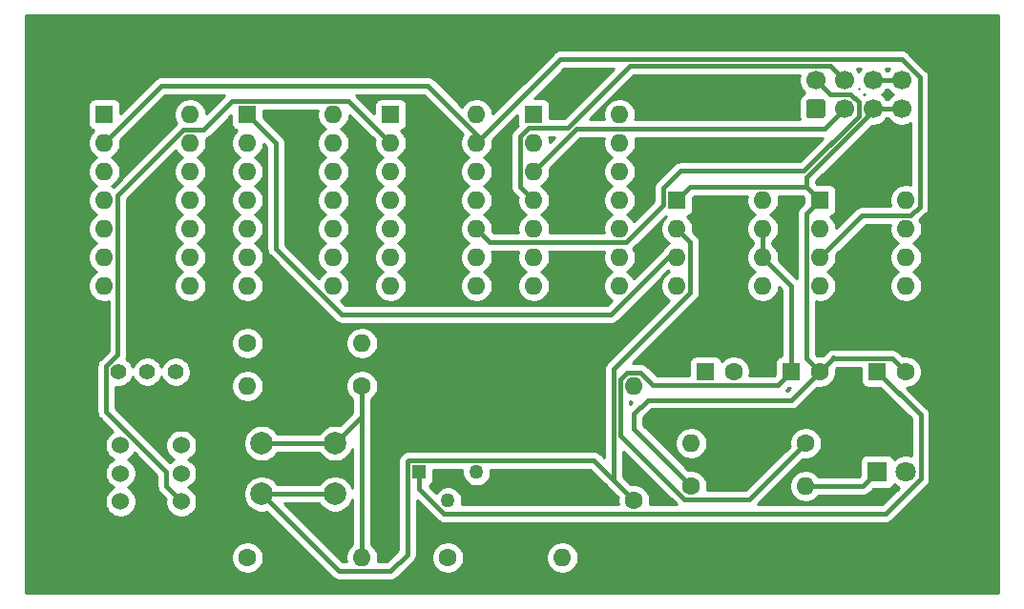
<source format=gbl>
G04 #@! TF.GenerationSoftware,KiCad,Pcbnew,(5.1.10)-1*
G04 #@! TF.CreationDate,2023-01-28T17:33:24+01:00*
G04 #@! TF.ProjectId,8-bit-computer_clock_pcb,382d6269-742d-4636-9f6d-70757465725f,rev?*
G04 #@! TF.SameCoordinates,Original*
G04 #@! TF.FileFunction,Copper,L2,Bot*
G04 #@! TF.FilePolarity,Positive*
%FSLAX46Y46*%
G04 Gerber Fmt 4.6, Leading zero omitted, Abs format (unit mm)*
G04 Created by KiCad (PCBNEW (5.1.10)-1) date 2023-01-28 17:33:24*
%MOMM*%
%LPD*%
G01*
G04 APERTURE LIST*
G04 #@! TA.AperFunction,ComponentPad*
%ADD10C,1.700000*%
G04 #@! TD*
G04 #@! TA.AperFunction,ComponentPad*
%ADD11O,1.600000X1.600000*%
G04 #@! TD*
G04 #@! TA.AperFunction,ComponentPad*
%ADD12R,1.600000X1.600000*%
G04 #@! TD*
G04 #@! TA.AperFunction,ComponentPad*
%ADD13C,1.600000*%
G04 #@! TD*
G04 #@! TA.AperFunction,ComponentPad*
%ADD14R,1.800000X1.800000*%
G04 #@! TD*
G04 #@! TA.AperFunction,ComponentPad*
%ADD15C,1.800000*%
G04 #@! TD*
G04 #@! TA.AperFunction,ComponentPad*
%ADD16C,1.400000*%
G04 #@! TD*
G04 #@! TA.AperFunction,ComponentPad*
%ADD17R,1.268000X1.268000*%
G04 #@! TD*
G04 #@! TA.AperFunction,ComponentPad*
%ADD18C,1.268000*%
G04 #@! TD*
G04 #@! TA.AperFunction,ComponentPad*
%ADD19C,2.000000*%
G04 #@! TD*
G04 #@! TA.AperFunction,ComponentPad*
%ADD20C,1.524000*%
G04 #@! TD*
G04 #@! TA.AperFunction,Conductor*
%ADD21C,0.400000*%
G04 #@! TD*
G04 #@! TA.AperFunction,NonConductor*
%ADD22C,0.254000*%
G04 #@! TD*
G04 #@! TA.AperFunction,NonConductor*
%ADD23C,0.100000*%
G04 #@! TD*
G04 APERTURE END LIST*
G04 #@! TA.AperFunction,ComponentPad*
G36*
G01*
X173256500Y-77812000D02*
X172056500Y-77812000D01*
G75*
G02*
X171806500Y-77562000I0J250000D01*
G01*
X171806500Y-76362000D01*
G75*
G02*
X172056500Y-76112000I250000J0D01*
G01*
X173256500Y-76112000D01*
G75*
G02*
X173506500Y-76362000I0J-250000D01*
G01*
X173506500Y-77562000D01*
G75*
G02*
X173256500Y-77812000I-250000J0D01*
G01*
G37*
G04 #@! TD.AperFunction*
D10*
X175196500Y-76962000D03*
X177736500Y-76962000D03*
X180276500Y-76962000D03*
X172656500Y-74422000D03*
X175196500Y-74422000D03*
X177736500Y-74422000D03*
X180276500Y-74422000D03*
D11*
X180657500Y-85090000D03*
X173037500Y-92710000D03*
X180657500Y-87630000D03*
X173037500Y-90170000D03*
X180657500Y-90170000D03*
X173037500Y-87630000D03*
X180657500Y-92710000D03*
D12*
X173037500Y-85090000D03*
D13*
X165377500Y-100330000D03*
D12*
X162877500Y-100330000D03*
X170497500Y-100330000D03*
D13*
X172997500Y-100330000D03*
D12*
X178117500Y-100330000D03*
D13*
X180617500Y-100330000D03*
D14*
X178117500Y-109220000D03*
D15*
X180657500Y-109220000D03*
D16*
X110807500Y-100330000D03*
X113347500Y-100330000D03*
X115887500Y-100330000D03*
D13*
X171767500Y-106680000D03*
D11*
X161607500Y-106680000D03*
D13*
X140017500Y-116840000D03*
D11*
X150177500Y-116840000D03*
D13*
X156527500Y-111760000D03*
D11*
X156527500Y-101600000D03*
D13*
X122237500Y-97790000D03*
D11*
X132397500Y-97790000D03*
X132397500Y-116840000D03*
D13*
X122237500Y-116840000D03*
D11*
X122237500Y-101600000D03*
D13*
X132397500Y-101600000D03*
D11*
X171767500Y-110490000D03*
D13*
X161607500Y-110490000D03*
D17*
X137477500Y-109235000D03*
D18*
X140017500Y-111775000D03*
X142557500Y-109235000D03*
D19*
X123507500Y-111180000D03*
X123507500Y-106680000D03*
X130007500Y-111180000D03*
X130007500Y-106680000D03*
D12*
X160337500Y-85090000D03*
D11*
X167957500Y-92710000D03*
X160337500Y-87630000D03*
X167957500Y-90170000D03*
X160337500Y-90170000D03*
X167957500Y-87630000D03*
X160337500Y-92710000D03*
X167957500Y-85090000D03*
X117157500Y-77470000D03*
X109537500Y-92710000D03*
X117157500Y-80010000D03*
X109537500Y-90170000D03*
X117157500Y-82550000D03*
X109537500Y-87630000D03*
X117157500Y-85090000D03*
X109537500Y-85090000D03*
X117157500Y-87630000D03*
X109537500Y-82550000D03*
X117157500Y-90170000D03*
X109537500Y-80010000D03*
X117157500Y-92710000D03*
D12*
X109537500Y-77470000D03*
D11*
X129857500Y-77470000D03*
X122237500Y-92710000D03*
X129857500Y-80010000D03*
X122237500Y-90170000D03*
X129857500Y-82550000D03*
X122237500Y-87630000D03*
X129857500Y-85090000D03*
X122237500Y-85090000D03*
X129857500Y-87630000D03*
X122237500Y-82550000D03*
X129857500Y-90170000D03*
X122237500Y-80010000D03*
X129857500Y-92710000D03*
D12*
X122237500Y-77470000D03*
X134937500Y-77470000D03*
D11*
X142557500Y-92710000D03*
X134937500Y-80010000D03*
X142557500Y-90170000D03*
X134937500Y-82550000D03*
X142557500Y-87630000D03*
X134937500Y-85090000D03*
X142557500Y-85090000D03*
X134937500Y-87630000D03*
X142557500Y-82550000D03*
X134937500Y-90170000D03*
X142557500Y-80010000D03*
X134937500Y-92710000D03*
X142557500Y-77470000D03*
D12*
X147637500Y-77470000D03*
D11*
X155257500Y-92710000D03*
X147637500Y-80010000D03*
X155257500Y-90170000D03*
X147637500Y-82550000D03*
X155257500Y-87630000D03*
X147637500Y-85090000D03*
X155257500Y-85090000D03*
X147637500Y-87630000D03*
X155257500Y-82550000D03*
X147637500Y-90170000D03*
X155257500Y-80010000D03*
X147637500Y-92710000D03*
X155257500Y-77470000D03*
D20*
X116365000Y-106847000D03*
X110965000Y-106847000D03*
X116365000Y-109347000D03*
X116365000Y-111847000D03*
X110965000Y-109347000D03*
X110965000Y-111847000D03*
D21*
X177736500Y-74422000D02*
X180276500Y-74422000D01*
X158233503Y-101530001D02*
X169297499Y-101530001D01*
X161031499Y-111690001D02*
X155327499Y-105986001D01*
X166757499Y-111690001D02*
X161031499Y-111690001D01*
X169297499Y-101530001D02*
X170497500Y-100330000D01*
X171767500Y-106680000D02*
X166757499Y-111690001D01*
X170497500Y-92710000D02*
X167957500Y-90170000D01*
X170497500Y-100330000D02*
X170497500Y-92710000D01*
X167957500Y-87630000D02*
X167957500Y-90170000D01*
X157103501Y-100399999D02*
X158233503Y-101530001D01*
X155951499Y-100399999D02*
X157103501Y-100399999D01*
X155327499Y-101023999D02*
X155951499Y-100399999D01*
X155327499Y-105986001D02*
X155327499Y-101023999D01*
X132397500Y-101600000D02*
X132397500Y-116840000D01*
X174197501Y-99129999D02*
X172997500Y-100330000D01*
X179417499Y-99129999D02*
X174197501Y-99129999D01*
X180617500Y-100330000D02*
X179417499Y-99129999D01*
X156527500Y-105410000D02*
X161607500Y-110490000D01*
X174197501Y-99129999D02*
X174237501Y-99089999D01*
X172997500Y-100330000D02*
X170497500Y-102830000D01*
X170497500Y-102830000D02*
X157757500Y-102830000D01*
X171837499Y-99169999D02*
X172997500Y-100330000D01*
X171837499Y-86290001D02*
X171837499Y-99169999D01*
X173037500Y-85090000D02*
X171837499Y-86290001D01*
X123507500Y-106680000D02*
X130007500Y-106680000D01*
X132397500Y-104290000D02*
X130007500Y-106680000D01*
X132397500Y-101600000D02*
X132397500Y-104290000D01*
X156527500Y-104060000D02*
X157757500Y-102830000D01*
X156527500Y-105410000D02*
X156527500Y-104060000D01*
X161537501Y-83889999D02*
X160337500Y-85090000D01*
X171837499Y-83889999D02*
X161537501Y-83889999D01*
X173037500Y-85090000D02*
X171837499Y-83889999D01*
X177736500Y-76962000D02*
X180276500Y-76962000D01*
X177736500Y-77160542D02*
X177736500Y-76962000D01*
X171837499Y-83059543D02*
X177736500Y-77160542D01*
X171837499Y-83889999D02*
X171837499Y-83059543D01*
X137477500Y-110765322D02*
X137477500Y-109235000D01*
X139672179Y-112960001D02*
X137477500Y-110765322D01*
X178841501Y-112960001D02*
X139672179Y-112960001D01*
X181957501Y-109844001D02*
X178841501Y-112960001D01*
X181957501Y-104170001D02*
X181957501Y-109844001D01*
X178117500Y-100330000D02*
X181957501Y-104170001D01*
X115045499Y-110517999D02*
X116207500Y-111680000D01*
X115045499Y-109198237D02*
X115045499Y-110517999D01*
X110737501Y-98771997D02*
X109707499Y-99801999D01*
X110737501Y-84653997D02*
X110737501Y-98771997D01*
X109707499Y-99801999D02*
X109707499Y-103860237D01*
X116581499Y-78809999D02*
X110737501Y-84653997D01*
X118357501Y-78809999D02*
X116581499Y-78809999D01*
X109707499Y-103860237D02*
X115045499Y-109198237D01*
X120897501Y-76269999D02*
X118357501Y-78809999D01*
X131197499Y-76269999D02*
X120897501Y-76269999D01*
X134937500Y-80010000D02*
X131197499Y-76269999D01*
X109537500Y-80010000D02*
X114617500Y-74930000D01*
X142557500Y-79246002D02*
X142557500Y-80010000D01*
X138241498Y-74930000D02*
X142557500Y-79246002D01*
X114617500Y-74930000D02*
X138241498Y-74930000D01*
X142557500Y-80010000D02*
X147637500Y-74930000D01*
X173037500Y-90170000D02*
X176777501Y-86429999D01*
X149995511Y-72571989D02*
X147637500Y-74930000D01*
X180276491Y-72571989D02*
X149995511Y-72571989D01*
X181864503Y-74160001D02*
X180276491Y-72571989D01*
X181864503Y-85658999D02*
X181864503Y-74160001D01*
X181093503Y-86429999D02*
X181864503Y-85658999D01*
X176777501Y-86429999D02*
X181093503Y-86429999D01*
X122237500Y-77470000D02*
X124777500Y-80010000D01*
X124777500Y-89406002D02*
X130621498Y-95250000D01*
X124777500Y-80010000D02*
X124777500Y-89406002D01*
X159573502Y-90170000D02*
X160337500Y-90170000D01*
X154493502Y-95250000D02*
X159573502Y-90170000D01*
X130621498Y-95250000D02*
X154493502Y-95250000D01*
X154727490Y-109959990D02*
X156527500Y-111760000D01*
X154727490Y-100096012D02*
X154727490Y-109959990D01*
X161537501Y-93286001D02*
X154727490Y-100096012D01*
X161537501Y-88830001D02*
X161537501Y-93286001D01*
X160337500Y-87630000D02*
X161537501Y-88830001D01*
X152968499Y-108200999D02*
X154727490Y-109959990D01*
X136523499Y-108200999D02*
X152968499Y-108200999D01*
X136443499Y-108280999D02*
X136523499Y-108200999D01*
X136443499Y-116540157D02*
X136443499Y-108280999D01*
X134943655Y-118040001D02*
X136443499Y-116540157D01*
X130367501Y-118040001D02*
X134943655Y-118040001D01*
X130367501Y-118040001D02*
X123507500Y-111180000D01*
X123507500Y-111180000D02*
X130007500Y-111180000D01*
X176847500Y-110490000D02*
X178117500Y-109220000D01*
X171767500Y-110490000D02*
X176847500Y-110490000D01*
X173946499Y-73171999D02*
X175196500Y-74422000D01*
X156166959Y-73171999D02*
X173946499Y-73171999D01*
X150668957Y-78670001D02*
X156166959Y-73171999D01*
X147201497Y-78670001D02*
X150668957Y-78670001D01*
X146437499Y-79433999D02*
X147201497Y-78670001D01*
X146437499Y-83889999D02*
X146437499Y-79433999D01*
X147637500Y-85090000D02*
X146437499Y-83889999D01*
X173398501Y-78759999D02*
X175196500Y-76962000D01*
X151427501Y-78759999D02*
X173398501Y-78759999D01*
X147637500Y-82550000D02*
X151427501Y-78759999D01*
X155833501Y-88830001D02*
X159137499Y-85526003D01*
X143757501Y-88830001D02*
X155833501Y-88830001D01*
X142557500Y-87630000D02*
X143757501Y-88830001D01*
X173906501Y-75672001D02*
X172656500Y-74422000D01*
X176446501Y-76361999D02*
X175756503Y-75672001D01*
X175756503Y-75672001D02*
X173906501Y-75672001D01*
X171568499Y-82480001D02*
X176446501Y-77601999D01*
X176446501Y-77601999D02*
X176446501Y-76361999D01*
X160627497Y-82480001D02*
X171568499Y-82480001D01*
X159137499Y-83969999D02*
X160627497Y-82480001D01*
X159137499Y-85526003D02*
X159137499Y-83969999D01*
D22*
X188887500Y-69817581D02*
X188887500Y-69817582D01*
X188887501Y-118077572D01*
X188887500Y-118077582D01*
X188887501Y-119990000D01*
X102577500Y-119990000D01*
X102577500Y-116698665D01*
X120802500Y-116698665D01*
X120802500Y-116981335D01*
X120857647Y-117258574D01*
X120965820Y-117519727D01*
X121122863Y-117754759D01*
X121322741Y-117954637D01*
X121557773Y-118111680D01*
X121818926Y-118219853D01*
X122096165Y-118275000D01*
X122378835Y-118275000D01*
X122656074Y-118219853D01*
X122917227Y-118111680D01*
X123152259Y-117954637D01*
X123352137Y-117754759D01*
X123509180Y-117519727D01*
X123617353Y-117258574D01*
X123672500Y-116981335D01*
X123672500Y-116698665D01*
X123617353Y-116421426D01*
X123509180Y-116160273D01*
X123352137Y-115925241D01*
X123152259Y-115725363D01*
X122917227Y-115568320D01*
X122656074Y-115460147D01*
X122378835Y-115405000D01*
X122096165Y-115405000D01*
X121818926Y-115460147D01*
X121557773Y-115568320D01*
X121322741Y-115725363D01*
X121122863Y-115925241D01*
X120965820Y-116160273D01*
X120857647Y-116421426D01*
X120802500Y-116698665D01*
X102577500Y-116698665D01*
X102577500Y-76670000D01*
X108099428Y-76670000D01*
X108099428Y-78270000D01*
X108111688Y-78394482D01*
X108147998Y-78514180D01*
X108206963Y-78624494D01*
X108286315Y-78721185D01*
X108383006Y-78800537D01*
X108493320Y-78859502D01*
X108613018Y-78895812D01*
X108621461Y-78896643D01*
X108422863Y-79095241D01*
X108265820Y-79330273D01*
X108157647Y-79591426D01*
X108102500Y-79868665D01*
X108102500Y-80151335D01*
X108157647Y-80428574D01*
X108265820Y-80689727D01*
X108422863Y-80924759D01*
X108622741Y-81124637D01*
X108855259Y-81280000D01*
X108622741Y-81435363D01*
X108422863Y-81635241D01*
X108265820Y-81870273D01*
X108157647Y-82131426D01*
X108102500Y-82408665D01*
X108102500Y-82691335D01*
X108157647Y-82968574D01*
X108265820Y-83229727D01*
X108422863Y-83464759D01*
X108622741Y-83664637D01*
X108855259Y-83820000D01*
X108622741Y-83975363D01*
X108422863Y-84175241D01*
X108265820Y-84410273D01*
X108157647Y-84671426D01*
X108102500Y-84948665D01*
X108102500Y-85231335D01*
X108157647Y-85508574D01*
X108265820Y-85769727D01*
X108422863Y-86004759D01*
X108622741Y-86204637D01*
X108855259Y-86360000D01*
X108622741Y-86515363D01*
X108422863Y-86715241D01*
X108265820Y-86950273D01*
X108157647Y-87211426D01*
X108102500Y-87488665D01*
X108102500Y-87771335D01*
X108157647Y-88048574D01*
X108265820Y-88309727D01*
X108422863Y-88544759D01*
X108622741Y-88744637D01*
X108855259Y-88900000D01*
X108622741Y-89055363D01*
X108422863Y-89255241D01*
X108265820Y-89490273D01*
X108157647Y-89751426D01*
X108102500Y-90028665D01*
X108102500Y-90311335D01*
X108157647Y-90588574D01*
X108265820Y-90849727D01*
X108422863Y-91084759D01*
X108622741Y-91284637D01*
X108855259Y-91440000D01*
X108622741Y-91595363D01*
X108422863Y-91795241D01*
X108265820Y-92030273D01*
X108157647Y-92291426D01*
X108102500Y-92568665D01*
X108102500Y-92851335D01*
X108157647Y-93128574D01*
X108265820Y-93389727D01*
X108422863Y-93624759D01*
X108622741Y-93824637D01*
X108857773Y-93981680D01*
X109118926Y-94089853D01*
X109396165Y-94145000D01*
X109678835Y-94145000D01*
X109902502Y-94100509D01*
X109902502Y-98426128D01*
X109146077Y-99182554D01*
X109114208Y-99208708D01*
X109022185Y-99320840D01*
X109009863Y-99335854D01*
X108932327Y-99480913D01*
X108884581Y-99638311D01*
X108868459Y-99801999D01*
X108872499Y-99843018D01*
X108872500Y-103819209D01*
X108868459Y-103860237D01*
X108884581Y-104023925D01*
X108932327Y-104181323D01*
X108932328Y-104181324D01*
X109009864Y-104326383D01*
X109114209Y-104453528D01*
X109146073Y-104479678D01*
X110286558Y-105620163D01*
X110074465Y-105761880D01*
X109879880Y-105956465D01*
X109726995Y-106185273D01*
X109621686Y-106439510D01*
X109568000Y-106709408D01*
X109568000Y-106984592D01*
X109621686Y-107254490D01*
X109726995Y-107508727D01*
X109879880Y-107737535D01*
X110074465Y-107932120D01*
X110303273Y-108085005D01*
X110332231Y-108097000D01*
X110303273Y-108108995D01*
X110074465Y-108261880D01*
X109879880Y-108456465D01*
X109726995Y-108685273D01*
X109621686Y-108939510D01*
X109568000Y-109209408D01*
X109568000Y-109484592D01*
X109621686Y-109754490D01*
X109726995Y-110008727D01*
X109879880Y-110237535D01*
X110074465Y-110432120D01*
X110303273Y-110585005D01*
X110332231Y-110597000D01*
X110303273Y-110608995D01*
X110074465Y-110761880D01*
X109879880Y-110956465D01*
X109726995Y-111185273D01*
X109621686Y-111439510D01*
X109568000Y-111709408D01*
X109568000Y-111984592D01*
X109621686Y-112254490D01*
X109726995Y-112508727D01*
X109879880Y-112737535D01*
X110074465Y-112932120D01*
X110303273Y-113085005D01*
X110557510Y-113190314D01*
X110827408Y-113244000D01*
X111102592Y-113244000D01*
X111372490Y-113190314D01*
X111626727Y-113085005D01*
X111855535Y-112932120D01*
X112050120Y-112737535D01*
X112203005Y-112508727D01*
X112308314Y-112254490D01*
X112362000Y-111984592D01*
X112362000Y-111709408D01*
X112308314Y-111439510D01*
X112203005Y-111185273D01*
X112050120Y-110956465D01*
X111855535Y-110761880D01*
X111626727Y-110608995D01*
X111597769Y-110597000D01*
X111626727Y-110585005D01*
X111855535Y-110432120D01*
X112050120Y-110237535D01*
X112203005Y-110008727D01*
X112308314Y-109754490D01*
X112362000Y-109484592D01*
X112362000Y-109209408D01*
X112308314Y-108939510D01*
X112203005Y-108685273D01*
X112050120Y-108456465D01*
X111855535Y-108261880D01*
X111626727Y-108108995D01*
X111597769Y-108097000D01*
X111626727Y-108085005D01*
X111855535Y-107932120D01*
X112050120Y-107737535D01*
X112191836Y-107525442D01*
X114210499Y-109544105D01*
X114210500Y-110476971D01*
X114206459Y-110517999D01*
X114222581Y-110681687D01*
X114270327Y-110839085D01*
X114338197Y-110966060D01*
X114347864Y-110984145D01*
X114452209Y-111111290D01*
X114484073Y-111137440D01*
X114982607Y-111635975D01*
X114968000Y-111709408D01*
X114968000Y-111984592D01*
X115021686Y-112254490D01*
X115126995Y-112508727D01*
X115279880Y-112737535D01*
X115474465Y-112932120D01*
X115703273Y-113085005D01*
X115957510Y-113190314D01*
X116227408Y-113244000D01*
X116502592Y-113244000D01*
X116772490Y-113190314D01*
X117026727Y-113085005D01*
X117255535Y-112932120D01*
X117450120Y-112737535D01*
X117603005Y-112508727D01*
X117708314Y-112254490D01*
X117762000Y-111984592D01*
X117762000Y-111709408D01*
X117708314Y-111439510D01*
X117603005Y-111185273D01*
X117450120Y-110956465D01*
X117255535Y-110761880D01*
X117026727Y-110608995D01*
X116997769Y-110597000D01*
X117026727Y-110585005D01*
X117255535Y-110432120D01*
X117450120Y-110237535D01*
X117603005Y-110008727D01*
X117708314Y-109754490D01*
X117762000Y-109484592D01*
X117762000Y-109209408D01*
X117708314Y-108939510D01*
X117603005Y-108685273D01*
X117450120Y-108456465D01*
X117255535Y-108261880D01*
X117026727Y-108108995D01*
X116997769Y-108097000D01*
X117026727Y-108085005D01*
X117255535Y-107932120D01*
X117450120Y-107737535D01*
X117603005Y-107508727D01*
X117708314Y-107254490D01*
X117762000Y-106984592D01*
X117762000Y-106709408D01*
X117708314Y-106439510D01*
X117603005Y-106185273D01*
X117450120Y-105956465D01*
X117255535Y-105761880D01*
X117026727Y-105608995D01*
X116772490Y-105503686D01*
X116502592Y-105450000D01*
X116227408Y-105450000D01*
X115957510Y-105503686D01*
X115703273Y-105608995D01*
X115474465Y-105761880D01*
X115279880Y-105956465D01*
X115126995Y-106185273D01*
X115021686Y-106439510D01*
X114968000Y-106709408D01*
X114968000Y-106984592D01*
X115021686Y-107254490D01*
X115126995Y-107508727D01*
X115279880Y-107737535D01*
X115474465Y-107932120D01*
X115703273Y-108085005D01*
X115732231Y-108097000D01*
X115703273Y-108108995D01*
X115474465Y-108261880D01*
X115382237Y-108354108D01*
X110542499Y-103514370D01*
X110542499Y-101638442D01*
X110676014Y-101665000D01*
X110938986Y-101665000D01*
X111196905Y-101613696D01*
X111439859Y-101513061D01*
X111658513Y-101366962D01*
X111844462Y-101181013D01*
X111990561Y-100962359D01*
X112077500Y-100752470D01*
X112164439Y-100962359D01*
X112310538Y-101181013D01*
X112496487Y-101366962D01*
X112715141Y-101513061D01*
X112958095Y-101613696D01*
X113216014Y-101665000D01*
X113478986Y-101665000D01*
X113736905Y-101613696D01*
X113979859Y-101513061D01*
X114198513Y-101366962D01*
X114384462Y-101181013D01*
X114530561Y-100962359D01*
X114617500Y-100752470D01*
X114704439Y-100962359D01*
X114850538Y-101181013D01*
X115036487Y-101366962D01*
X115255141Y-101513061D01*
X115498095Y-101613696D01*
X115756014Y-101665000D01*
X116018986Y-101665000D01*
X116276905Y-101613696D01*
X116519859Y-101513061D01*
X116601268Y-101458665D01*
X120802500Y-101458665D01*
X120802500Y-101741335D01*
X120857647Y-102018574D01*
X120965820Y-102279727D01*
X121122863Y-102514759D01*
X121322741Y-102714637D01*
X121557773Y-102871680D01*
X121818926Y-102979853D01*
X122096165Y-103035000D01*
X122378835Y-103035000D01*
X122656074Y-102979853D01*
X122917227Y-102871680D01*
X123152259Y-102714637D01*
X123352137Y-102514759D01*
X123509180Y-102279727D01*
X123617353Y-102018574D01*
X123672500Y-101741335D01*
X123672500Y-101458665D01*
X123617353Y-101181426D01*
X123509180Y-100920273D01*
X123352137Y-100685241D01*
X123152259Y-100485363D01*
X122917227Y-100328320D01*
X122656074Y-100220147D01*
X122378835Y-100165000D01*
X122096165Y-100165000D01*
X121818926Y-100220147D01*
X121557773Y-100328320D01*
X121322741Y-100485363D01*
X121122863Y-100685241D01*
X120965820Y-100920273D01*
X120857647Y-101181426D01*
X120802500Y-101458665D01*
X116601268Y-101458665D01*
X116738513Y-101366962D01*
X116924462Y-101181013D01*
X117070561Y-100962359D01*
X117171196Y-100719405D01*
X117222500Y-100461486D01*
X117222500Y-100198514D01*
X117171196Y-99940595D01*
X117070561Y-99697641D01*
X116924462Y-99478987D01*
X116738513Y-99293038D01*
X116519859Y-99146939D01*
X116276905Y-99046304D01*
X116018986Y-98995000D01*
X115756014Y-98995000D01*
X115498095Y-99046304D01*
X115255141Y-99146939D01*
X115036487Y-99293038D01*
X114850538Y-99478987D01*
X114704439Y-99697641D01*
X114617500Y-99907530D01*
X114530561Y-99697641D01*
X114384462Y-99478987D01*
X114198513Y-99293038D01*
X113979859Y-99146939D01*
X113736905Y-99046304D01*
X113478986Y-98995000D01*
X113216014Y-98995000D01*
X112958095Y-99046304D01*
X112715141Y-99146939D01*
X112496487Y-99293038D01*
X112310538Y-99478987D01*
X112164439Y-99697641D01*
X112077500Y-99907530D01*
X111990561Y-99697641D01*
X111844462Y-99478987D01*
X111658513Y-99293038D01*
X111472300Y-99168616D01*
X111512673Y-99093084D01*
X111560419Y-98935686D01*
X111576541Y-98771997D01*
X111572501Y-98730979D01*
X111572501Y-97648665D01*
X120802500Y-97648665D01*
X120802500Y-97931335D01*
X120857647Y-98208574D01*
X120965820Y-98469727D01*
X121122863Y-98704759D01*
X121322741Y-98904637D01*
X121557773Y-99061680D01*
X121818926Y-99169853D01*
X122096165Y-99225000D01*
X122378835Y-99225000D01*
X122656074Y-99169853D01*
X122917227Y-99061680D01*
X123152259Y-98904637D01*
X123352137Y-98704759D01*
X123509180Y-98469727D01*
X123617353Y-98208574D01*
X123672500Y-97931335D01*
X123672500Y-97648665D01*
X130962500Y-97648665D01*
X130962500Y-97931335D01*
X131017647Y-98208574D01*
X131125820Y-98469727D01*
X131282863Y-98704759D01*
X131482741Y-98904637D01*
X131717773Y-99061680D01*
X131978926Y-99169853D01*
X132256165Y-99225000D01*
X132538835Y-99225000D01*
X132816074Y-99169853D01*
X133077227Y-99061680D01*
X133312259Y-98904637D01*
X133512137Y-98704759D01*
X133669180Y-98469727D01*
X133777353Y-98208574D01*
X133832500Y-97931335D01*
X133832500Y-97648665D01*
X133777353Y-97371426D01*
X133669180Y-97110273D01*
X133512137Y-96875241D01*
X133312259Y-96675363D01*
X133077227Y-96518320D01*
X132816074Y-96410147D01*
X132538835Y-96355000D01*
X132256165Y-96355000D01*
X131978926Y-96410147D01*
X131717773Y-96518320D01*
X131482741Y-96675363D01*
X131282863Y-96875241D01*
X131125820Y-97110273D01*
X131017647Y-97371426D01*
X130962500Y-97648665D01*
X123672500Y-97648665D01*
X123617353Y-97371426D01*
X123509180Y-97110273D01*
X123352137Y-96875241D01*
X123152259Y-96675363D01*
X122917227Y-96518320D01*
X122656074Y-96410147D01*
X122378835Y-96355000D01*
X122096165Y-96355000D01*
X121818926Y-96410147D01*
X121557773Y-96518320D01*
X121322741Y-96675363D01*
X121122863Y-96875241D01*
X120965820Y-97110273D01*
X120857647Y-97371426D01*
X120802500Y-97648665D01*
X111572501Y-97648665D01*
X111572501Y-84999864D01*
X115884888Y-80687478D01*
X115885820Y-80689727D01*
X116042863Y-80924759D01*
X116242741Y-81124637D01*
X116475259Y-81280000D01*
X116242741Y-81435363D01*
X116042863Y-81635241D01*
X115885820Y-81870273D01*
X115777647Y-82131426D01*
X115722500Y-82408665D01*
X115722500Y-82691335D01*
X115777647Y-82968574D01*
X115885820Y-83229727D01*
X116042863Y-83464759D01*
X116242741Y-83664637D01*
X116475259Y-83820000D01*
X116242741Y-83975363D01*
X116042863Y-84175241D01*
X115885820Y-84410273D01*
X115777647Y-84671426D01*
X115722500Y-84948665D01*
X115722500Y-85231335D01*
X115777647Y-85508574D01*
X115885820Y-85769727D01*
X116042863Y-86004759D01*
X116242741Y-86204637D01*
X116475259Y-86360000D01*
X116242741Y-86515363D01*
X116042863Y-86715241D01*
X115885820Y-86950273D01*
X115777647Y-87211426D01*
X115722500Y-87488665D01*
X115722500Y-87771335D01*
X115777647Y-88048574D01*
X115885820Y-88309727D01*
X116042863Y-88544759D01*
X116242741Y-88744637D01*
X116475259Y-88900000D01*
X116242741Y-89055363D01*
X116042863Y-89255241D01*
X115885820Y-89490273D01*
X115777647Y-89751426D01*
X115722500Y-90028665D01*
X115722500Y-90311335D01*
X115777647Y-90588574D01*
X115885820Y-90849727D01*
X116042863Y-91084759D01*
X116242741Y-91284637D01*
X116475259Y-91440000D01*
X116242741Y-91595363D01*
X116042863Y-91795241D01*
X115885820Y-92030273D01*
X115777647Y-92291426D01*
X115722500Y-92568665D01*
X115722500Y-92851335D01*
X115777647Y-93128574D01*
X115885820Y-93389727D01*
X116042863Y-93624759D01*
X116242741Y-93824637D01*
X116477773Y-93981680D01*
X116738926Y-94089853D01*
X117016165Y-94145000D01*
X117298835Y-94145000D01*
X117576074Y-94089853D01*
X117837227Y-93981680D01*
X118072259Y-93824637D01*
X118272137Y-93624759D01*
X118429180Y-93389727D01*
X118537353Y-93128574D01*
X118592500Y-92851335D01*
X118592500Y-92568665D01*
X118537353Y-92291426D01*
X118429180Y-92030273D01*
X118272137Y-91795241D01*
X118072259Y-91595363D01*
X117839741Y-91440000D01*
X118072259Y-91284637D01*
X118272137Y-91084759D01*
X118429180Y-90849727D01*
X118537353Y-90588574D01*
X118592500Y-90311335D01*
X118592500Y-90028665D01*
X118537353Y-89751426D01*
X118429180Y-89490273D01*
X118272137Y-89255241D01*
X118072259Y-89055363D01*
X117839741Y-88900000D01*
X118072259Y-88744637D01*
X118272137Y-88544759D01*
X118429180Y-88309727D01*
X118537353Y-88048574D01*
X118592500Y-87771335D01*
X118592500Y-87488665D01*
X118537353Y-87211426D01*
X118429180Y-86950273D01*
X118272137Y-86715241D01*
X118072259Y-86515363D01*
X117839741Y-86360000D01*
X118072259Y-86204637D01*
X118272137Y-86004759D01*
X118429180Y-85769727D01*
X118537353Y-85508574D01*
X118592500Y-85231335D01*
X118592500Y-84948665D01*
X118537353Y-84671426D01*
X118429180Y-84410273D01*
X118272137Y-84175241D01*
X118072259Y-83975363D01*
X117839741Y-83820000D01*
X118072259Y-83664637D01*
X118272137Y-83464759D01*
X118429180Y-83229727D01*
X118537353Y-82968574D01*
X118592500Y-82691335D01*
X118592500Y-82408665D01*
X118537353Y-82131426D01*
X118429180Y-81870273D01*
X118272137Y-81635241D01*
X118072259Y-81435363D01*
X117839741Y-81280000D01*
X118072259Y-81124637D01*
X118272137Y-80924759D01*
X118429180Y-80689727D01*
X118537353Y-80428574D01*
X118592500Y-80151335D01*
X118592500Y-79868665D01*
X118544217Y-79625932D01*
X118678588Y-79585171D01*
X118823647Y-79507635D01*
X118950792Y-79403290D01*
X118976947Y-79371420D01*
X120799428Y-77548940D01*
X120799428Y-78270000D01*
X120811688Y-78394482D01*
X120847998Y-78514180D01*
X120906963Y-78624494D01*
X120986315Y-78721185D01*
X121083006Y-78800537D01*
X121193320Y-78859502D01*
X121313018Y-78895812D01*
X121321461Y-78896643D01*
X121122863Y-79095241D01*
X120965820Y-79330273D01*
X120857647Y-79591426D01*
X120802500Y-79868665D01*
X120802500Y-80151335D01*
X120857647Y-80428574D01*
X120965820Y-80689727D01*
X121122863Y-80924759D01*
X121322741Y-81124637D01*
X121555259Y-81280000D01*
X121322741Y-81435363D01*
X121122863Y-81635241D01*
X120965820Y-81870273D01*
X120857647Y-82131426D01*
X120802500Y-82408665D01*
X120802500Y-82691335D01*
X120857647Y-82968574D01*
X120965820Y-83229727D01*
X121122863Y-83464759D01*
X121322741Y-83664637D01*
X121555259Y-83820000D01*
X121322741Y-83975363D01*
X121122863Y-84175241D01*
X120965820Y-84410273D01*
X120857647Y-84671426D01*
X120802500Y-84948665D01*
X120802500Y-85231335D01*
X120857647Y-85508574D01*
X120965820Y-85769727D01*
X121122863Y-86004759D01*
X121322741Y-86204637D01*
X121555259Y-86360000D01*
X121322741Y-86515363D01*
X121122863Y-86715241D01*
X120965820Y-86950273D01*
X120857647Y-87211426D01*
X120802500Y-87488665D01*
X120802500Y-87771335D01*
X120857647Y-88048574D01*
X120965820Y-88309727D01*
X121122863Y-88544759D01*
X121322741Y-88744637D01*
X121555259Y-88900000D01*
X121322741Y-89055363D01*
X121122863Y-89255241D01*
X120965820Y-89490273D01*
X120857647Y-89751426D01*
X120802500Y-90028665D01*
X120802500Y-90311335D01*
X120857647Y-90588574D01*
X120965820Y-90849727D01*
X121122863Y-91084759D01*
X121322741Y-91284637D01*
X121555259Y-91440000D01*
X121322741Y-91595363D01*
X121122863Y-91795241D01*
X120965820Y-92030273D01*
X120857647Y-92291426D01*
X120802500Y-92568665D01*
X120802500Y-92851335D01*
X120857647Y-93128574D01*
X120965820Y-93389727D01*
X121122863Y-93624759D01*
X121322741Y-93824637D01*
X121557773Y-93981680D01*
X121818926Y-94089853D01*
X122096165Y-94145000D01*
X122378835Y-94145000D01*
X122656074Y-94089853D01*
X122917227Y-93981680D01*
X123152259Y-93824637D01*
X123352137Y-93624759D01*
X123509180Y-93389727D01*
X123617353Y-93128574D01*
X123672500Y-92851335D01*
X123672500Y-92568665D01*
X123617353Y-92291426D01*
X123509180Y-92030273D01*
X123352137Y-91795241D01*
X123152259Y-91595363D01*
X122919741Y-91440000D01*
X123152259Y-91284637D01*
X123352137Y-91084759D01*
X123509180Y-90849727D01*
X123617353Y-90588574D01*
X123672500Y-90311335D01*
X123672500Y-90028665D01*
X123617353Y-89751426D01*
X123509180Y-89490273D01*
X123352137Y-89255241D01*
X123152259Y-89055363D01*
X122919741Y-88900000D01*
X123152259Y-88744637D01*
X123352137Y-88544759D01*
X123509180Y-88309727D01*
X123617353Y-88048574D01*
X123672500Y-87771335D01*
X123672500Y-87488665D01*
X123617353Y-87211426D01*
X123509180Y-86950273D01*
X123352137Y-86715241D01*
X123152259Y-86515363D01*
X122919741Y-86360000D01*
X123152259Y-86204637D01*
X123352137Y-86004759D01*
X123509180Y-85769727D01*
X123617353Y-85508574D01*
X123672500Y-85231335D01*
X123672500Y-84948665D01*
X123617353Y-84671426D01*
X123509180Y-84410273D01*
X123352137Y-84175241D01*
X123152259Y-83975363D01*
X122919741Y-83820000D01*
X123152259Y-83664637D01*
X123352137Y-83464759D01*
X123509180Y-83229727D01*
X123617353Y-82968574D01*
X123672500Y-82691335D01*
X123672500Y-82408665D01*
X123617353Y-82131426D01*
X123509180Y-81870273D01*
X123352137Y-81635241D01*
X123152259Y-81435363D01*
X122919741Y-81280000D01*
X123152259Y-81124637D01*
X123352137Y-80924759D01*
X123509180Y-80689727D01*
X123617353Y-80428574D01*
X123672500Y-80151335D01*
X123672500Y-80085868D01*
X123942500Y-80355868D01*
X123942501Y-89364973D01*
X123938460Y-89406002D01*
X123954582Y-89569690D01*
X124002328Y-89727088D01*
X124067446Y-89848914D01*
X124079865Y-89872148D01*
X124184210Y-89999293D01*
X124216074Y-90025443D01*
X130002057Y-95811427D01*
X130028207Y-95843291D01*
X130155352Y-95947636D01*
X130300411Y-96025172D01*
X130457809Y-96072918D01*
X130580479Y-96085000D01*
X130580481Y-96085000D01*
X130621497Y-96089040D01*
X130662513Y-96085000D01*
X154452484Y-96085000D01*
X154493502Y-96089040D01*
X154534520Y-96085000D01*
X154534521Y-96085000D01*
X154657191Y-96072918D01*
X154814589Y-96025172D01*
X154959648Y-95947636D01*
X155086793Y-95843291D01*
X155112948Y-95811421D01*
X159552819Y-91371552D01*
X159655259Y-91440000D01*
X159422741Y-91595363D01*
X159222863Y-91795241D01*
X159065820Y-92030273D01*
X158957647Y-92291426D01*
X158902500Y-92568665D01*
X158902500Y-92851335D01*
X158957647Y-93128574D01*
X159065820Y-93389727D01*
X159222863Y-93624759D01*
X159422741Y-93824637D01*
X159657773Y-93981680D01*
X159660022Y-93982612D01*
X154166069Y-99476566D01*
X154134199Y-99502721D01*
X154057529Y-99596145D01*
X154029854Y-99629867D01*
X153952318Y-99774926D01*
X153904572Y-99932324D01*
X153888450Y-100096012D01*
X153892490Y-100137031D01*
X153892491Y-107944123D01*
X153587945Y-107639578D01*
X153561790Y-107607708D01*
X153434645Y-107503363D01*
X153289586Y-107425827D01*
X153132188Y-107378081D01*
X153009518Y-107365999D01*
X153009517Y-107365999D01*
X152968499Y-107361959D01*
X152927481Y-107365999D01*
X136564517Y-107365999D01*
X136523498Y-107361959D01*
X136482480Y-107365999D01*
X136359810Y-107378081D01*
X136202412Y-107425827D01*
X136057353Y-107503363D01*
X135930208Y-107607708D01*
X135904053Y-107639578D01*
X135882073Y-107661558D01*
X135850209Y-107687708D01*
X135769406Y-107786167D01*
X135745863Y-107814854D01*
X135668327Y-107959913D01*
X135620581Y-108117311D01*
X135604459Y-108280999D01*
X135608500Y-108322028D01*
X135608499Y-116194288D01*
X134597788Y-117205001D01*
X133788009Y-117205001D01*
X133832500Y-116981335D01*
X133832500Y-116698665D01*
X133777353Y-116421426D01*
X133669180Y-116160273D01*
X133512137Y-115925241D01*
X133312259Y-115725363D01*
X133232500Y-115672070D01*
X133232500Y-104331009D01*
X133236539Y-104290001D01*
X133232500Y-104248993D01*
X133232500Y-102767930D01*
X133312259Y-102714637D01*
X133512137Y-102514759D01*
X133669180Y-102279727D01*
X133777353Y-102018574D01*
X133832500Y-101741335D01*
X133832500Y-101458665D01*
X133777353Y-101181426D01*
X133669180Y-100920273D01*
X133512137Y-100685241D01*
X133312259Y-100485363D01*
X133077227Y-100328320D01*
X132816074Y-100220147D01*
X132538835Y-100165000D01*
X132256165Y-100165000D01*
X131978926Y-100220147D01*
X131717773Y-100328320D01*
X131482741Y-100485363D01*
X131282863Y-100685241D01*
X131125820Y-100920273D01*
X131017647Y-101181426D01*
X130962500Y-101458665D01*
X130962500Y-101741335D01*
X131017647Y-102018574D01*
X131125820Y-102279727D01*
X131282863Y-102514759D01*
X131482741Y-102714637D01*
X131562500Y-102767930D01*
X131562500Y-103944132D01*
X130413004Y-105093628D01*
X130168533Y-105045000D01*
X129846467Y-105045000D01*
X129530588Y-105107832D01*
X129233037Y-105231082D01*
X128965248Y-105410013D01*
X128737513Y-105637748D01*
X128599032Y-105845000D01*
X124915968Y-105845000D01*
X124777487Y-105637748D01*
X124549752Y-105410013D01*
X124281963Y-105231082D01*
X123984412Y-105107832D01*
X123668533Y-105045000D01*
X123346467Y-105045000D01*
X123030588Y-105107832D01*
X122733037Y-105231082D01*
X122465248Y-105410013D01*
X122237513Y-105637748D01*
X122058582Y-105905537D01*
X121935332Y-106203088D01*
X121872500Y-106518967D01*
X121872500Y-106841033D01*
X121935332Y-107156912D01*
X122058582Y-107454463D01*
X122237513Y-107722252D01*
X122465248Y-107949987D01*
X122733037Y-108128918D01*
X123030588Y-108252168D01*
X123346467Y-108315000D01*
X123668533Y-108315000D01*
X123984412Y-108252168D01*
X124281963Y-108128918D01*
X124549752Y-107949987D01*
X124777487Y-107722252D01*
X124915968Y-107515000D01*
X128599032Y-107515000D01*
X128737513Y-107722252D01*
X128965248Y-107949987D01*
X129233037Y-108128918D01*
X129530588Y-108252168D01*
X129846467Y-108315000D01*
X130168533Y-108315000D01*
X130484412Y-108252168D01*
X130781963Y-108128918D01*
X131049752Y-107949987D01*
X131277487Y-107722252D01*
X131456418Y-107454463D01*
X131562500Y-107198358D01*
X131562501Y-110661642D01*
X131456418Y-110405537D01*
X131277487Y-110137748D01*
X131049752Y-109910013D01*
X130781963Y-109731082D01*
X130484412Y-109607832D01*
X130168533Y-109545000D01*
X129846467Y-109545000D01*
X129530588Y-109607832D01*
X129233037Y-109731082D01*
X128965248Y-109910013D01*
X128737513Y-110137748D01*
X128599032Y-110345000D01*
X124915968Y-110345000D01*
X124777487Y-110137748D01*
X124549752Y-109910013D01*
X124281963Y-109731082D01*
X123984412Y-109607832D01*
X123668533Y-109545000D01*
X123346467Y-109545000D01*
X123030588Y-109607832D01*
X122733037Y-109731082D01*
X122465248Y-109910013D01*
X122237513Y-110137748D01*
X122058582Y-110405537D01*
X121935332Y-110703088D01*
X121872500Y-111018967D01*
X121872500Y-111341033D01*
X121935332Y-111656912D01*
X122058582Y-111954463D01*
X122237513Y-112222252D01*
X122465248Y-112449987D01*
X122733037Y-112628918D01*
X123030588Y-112752168D01*
X123346467Y-112815000D01*
X123668533Y-112815000D01*
X123913005Y-112766372D01*
X129748060Y-118601428D01*
X129774210Y-118633292D01*
X129901355Y-118737637D01*
X130046414Y-118815173D01*
X130203812Y-118862919D01*
X130326482Y-118875001D01*
X130326492Y-118875001D01*
X130367500Y-118879040D01*
X130408508Y-118875001D01*
X134902637Y-118875001D01*
X134943655Y-118879041D01*
X134984673Y-118875001D01*
X134984674Y-118875001D01*
X135107344Y-118862919D01*
X135264742Y-118815173D01*
X135409801Y-118737637D01*
X135536946Y-118633292D01*
X135563101Y-118601423D01*
X137004932Y-117159593D01*
X137036790Y-117133448D01*
X137141135Y-117006303D01*
X137218671Y-116861244D01*
X137266417Y-116703846D01*
X137266927Y-116698665D01*
X138582500Y-116698665D01*
X138582500Y-116981335D01*
X138637647Y-117258574D01*
X138745820Y-117519727D01*
X138902863Y-117754759D01*
X139102741Y-117954637D01*
X139337773Y-118111680D01*
X139598926Y-118219853D01*
X139876165Y-118275000D01*
X140158835Y-118275000D01*
X140436074Y-118219853D01*
X140697227Y-118111680D01*
X140932259Y-117954637D01*
X141132137Y-117754759D01*
X141289180Y-117519727D01*
X141397353Y-117258574D01*
X141452500Y-116981335D01*
X141452500Y-116698665D01*
X148742500Y-116698665D01*
X148742500Y-116981335D01*
X148797647Y-117258574D01*
X148905820Y-117519727D01*
X149062863Y-117754759D01*
X149262741Y-117954637D01*
X149497773Y-118111680D01*
X149758926Y-118219853D01*
X150036165Y-118275000D01*
X150318835Y-118275000D01*
X150596074Y-118219853D01*
X150857227Y-118111680D01*
X151092259Y-117954637D01*
X151292137Y-117754759D01*
X151449180Y-117519727D01*
X151557353Y-117258574D01*
X151612500Y-116981335D01*
X151612500Y-116698665D01*
X151557353Y-116421426D01*
X151449180Y-116160273D01*
X151292137Y-115925241D01*
X151092259Y-115725363D01*
X150857227Y-115568320D01*
X150596074Y-115460147D01*
X150318835Y-115405000D01*
X150036165Y-115405000D01*
X149758926Y-115460147D01*
X149497773Y-115568320D01*
X149262741Y-115725363D01*
X149062863Y-115925241D01*
X148905820Y-116160273D01*
X148797647Y-116421426D01*
X148742500Y-116698665D01*
X141452500Y-116698665D01*
X141397353Y-116421426D01*
X141289180Y-116160273D01*
X141132137Y-115925241D01*
X140932259Y-115725363D01*
X140697227Y-115568320D01*
X140436074Y-115460147D01*
X140158835Y-115405000D01*
X139876165Y-115405000D01*
X139598926Y-115460147D01*
X139337773Y-115568320D01*
X139102741Y-115725363D01*
X138902863Y-115925241D01*
X138745820Y-116160273D01*
X138637647Y-116421426D01*
X138582500Y-116698665D01*
X137266927Y-116698665D01*
X137278499Y-116581176D01*
X137278499Y-116581175D01*
X137282539Y-116540157D01*
X137278499Y-116499139D01*
X137278499Y-111747188D01*
X139052742Y-113521433D01*
X139078888Y-113553292D01*
X139110747Y-113579438D01*
X139110749Y-113579440D01*
X139206033Y-113657637D01*
X139351092Y-113735173D01*
X139508490Y-113782919D01*
X139672179Y-113799041D01*
X139713197Y-113795001D01*
X178800483Y-113795001D01*
X178841501Y-113799041D01*
X178882519Y-113795001D01*
X178882520Y-113795001D01*
X179005190Y-113782919D01*
X179162588Y-113735173D01*
X179307647Y-113657637D01*
X179434792Y-113553292D01*
X179460947Y-113521422D01*
X182518928Y-110463442D01*
X182550792Y-110437292D01*
X182655137Y-110310147D01*
X182732673Y-110165088D01*
X182780419Y-110007690D01*
X182792501Y-109885020D01*
X182792501Y-109885010D01*
X182796540Y-109844002D01*
X182792501Y-109802994D01*
X182792501Y-104211008D01*
X182796540Y-104170000D01*
X182792501Y-104128992D01*
X182792501Y-104128982D01*
X182780419Y-104006312D01*
X182732673Y-103848914D01*
X182655137Y-103703855D01*
X182550792Y-103576710D01*
X182518929Y-103550561D01*
X180733368Y-101765000D01*
X180758835Y-101765000D01*
X181036074Y-101709853D01*
X181297227Y-101601680D01*
X181532259Y-101444637D01*
X181732137Y-101244759D01*
X181889180Y-101009727D01*
X181997353Y-100748574D01*
X182052500Y-100471335D01*
X182052500Y-100188665D01*
X181997353Y-99911426D01*
X181889180Y-99650273D01*
X181732137Y-99415241D01*
X181532259Y-99215363D01*
X181297227Y-99058320D01*
X181036074Y-98950147D01*
X180758835Y-98895000D01*
X180476165Y-98895000D01*
X180382082Y-98913714D01*
X180036944Y-98568577D01*
X180010790Y-98536708D01*
X179883645Y-98432363D01*
X179738586Y-98354827D01*
X179581188Y-98307081D01*
X179458518Y-98294999D01*
X179458517Y-98294999D01*
X179417499Y-98290959D01*
X179376481Y-98294999D01*
X174493223Y-98294999D01*
X174401189Y-98267081D01*
X174237501Y-98250959D01*
X174073814Y-98267081D01*
X173916415Y-98314827D01*
X173771357Y-98392363D01*
X173676072Y-98470560D01*
X173636077Y-98510556D01*
X173604210Y-98536708D01*
X173578064Y-98568567D01*
X173232917Y-98913714D01*
X173138835Y-98895000D01*
X172856165Y-98895000D01*
X172762082Y-98913715D01*
X172672499Y-98824132D01*
X172672499Y-94100509D01*
X172896165Y-94145000D01*
X173178835Y-94145000D01*
X173456074Y-94089853D01*
X173717227Y-93981680D01*
X173952259Y-93824637D01*
X174152137Y-93624759D01*
X174309180Y-93389727D01*
X174417353Y-93128574D01*
X174472500Y-92851335D01*
X174472500Y-92568665D01*
X174417353Y-92291426D01*
X174309180Y-92030273D01*
X174152137Y-91795241D01*
X173952259Y-91595363D01*
X173719741Y-91440000D01*
X173952259Y-91284637D01*
X174152137Y-91084759D01*
X174309180Y-90849727D01*
X174417353Y-90588574D01*
X174472500Y-90311335D01*
X174472500Y-90028665D01*
X174453785Y-89934582D01*
X177123369Y-87264999D01*
X179266991Y-87264999D01*
X179222500Y-87488665D01*
X179222500Y-87771335D01*
X179277647Y-88048574D01*
X179385820Y-88309727D01*
X179542863Y-88544759D01*
X179742741Y-88744637D01*
X179975259Y-88900000D01*
X179742741Y-89055363D01*
X179542863Y-89255241D01*
X179385820Y-89490273D01*
X179277647Y-89751426D01*
X179222500Y-90028665D01*
X179222500Y-90311335D01*
X179277647Y-90588574D01*
X179385820Y-90849727D01*
X179542863Y-91084759D01*
X179742741Y-91284637D01*
X179975259Y-91440000D01*
X179742741Y-91595363D01*
X179542863Y-91795241D01*
X179385820Y-92030273D01*
X179277647Y-92291426D01*
X179222500Y-92568665D01*
X179222500Y-92851335D01*
X179277647Y-93128574D01*
X179385820Y-93389727D01*
X179542863Y-93624759D01*
X179742741Y-93824637D01*
X179977773Y-93981680D01*
X180238926Y-94089853D01*
X180516165Y-94145000D01*
X180798835Y-94145000D01*
X181076074Y-94089853D01*
X181337227Y-93981680D01*
X181572259Y-93824637D01*
X181772137Y-93624759D01*
X181929180Y-93389727D01*
X182037353Y-93128574D01*
X182092500Y-92851335D01*
X182092500Y-92568665D01*
X182037353Y-92291426D01*
X181929180Y-92030273D01*
X181772137Y-91795241D01*
X181572259Y-91595363D01*
X181339741Y-91440000D01*
X181572259Y-91284637D01*
X181772137Y-91084759D01*
X181929180Y-90849727D01*
X182037353Y-90588574D01*
X182092500Y-90311335D01*
X182092500Y-90028665D01*
X182037353Y-89751426D01*
X181929180Y-89490273D01*
X181772137Y-89255241D01*
X181572259Y-89055363D01*
X181339741Y-88900000D01*
X181572259Y-88744637D01*
X181772137Y-88544759D01*
X181929180Y-88309727D01*
X182037353Y-88048574D01*
X182092500Y-87771335D01*
X182092500Y-87488665D01*
X182037353Y-87211426D01*
X181929180Y-86950273D01*
X181859051Y-86845318D01*
X182425936Y-86278435D01*
X182457794Y-86252290D01*
X182562139Y-86125145D01*
X182639675Y-85980086D01*
X182687421Y-85822688D01*
X182699503Y-85700018D01*
X182699503Y-85700017D01*
X182703543Y-85658999D01*
X182699503Y-85617981D01*
X182699503Y-74201019D01*
X182703543Y-74160000D01*
X182687421Y-73996312D01*
X182639675Y-73838914D01*
X182562139Y-73693855D01*
X182516418Y-73638144D01*
X182457794Y-73566710D01*
X182425929Y-73540560D01*
X180895937Y-72010568D01*
X180869782Y-71978698D01*
X180742637Y-71874353D01*
X180597578Y-71796817D01*
X180440180Y-71749071D01*
X180317510Y-71736989D01*
X180317509Y-71736989D01*
X180276491Y-71732949D01*
X180235473Y-71736989D01*
X150036529Y-71736989D01*
X149995510Y-71732949D01*
X149954492Y-71736989D01*
X149831822Y-71749071D01*
X149674424Y-71796817D01*
X149529365Y-71874353D01*
X149402220Y-71978698D01*
X149376070Y-72010562D01*
X147076081Y-74310552D01*
X147076070Y-74310561D01*
X143992500Y-77394132D01*
X143992500Y-77328665D01*
X143937353Y-77051426D01*
X143829180Y-76790273D01*
X143672137Y-76555241D01*
X143472259Y-76355363D01*
X143237227Y-76198320D01*
X142976074Y-76090147D01*
X142698835Y-76035000D01*
X142416165Y-76035000D01*
X142138926Y-76090147D01*
X141877773Y-76198320D01*
X141642741Y-76355363D01*
X141442863Y-76555241D01*
X141285820Y-76790273D01*
X141284888Y-76792522D01*
X138860944Y-74368579D01*
X138834789Y-74336709D01*
X138707644Y-74232364D01*
X138562585Y-74154828D01*
X138405187Y-74107082D01*
X138282517Y-74095000D01*
X138282516Y-74095000D01*
X138241498Y-74090960D01*
X138200480Y-74095000D01*
X114658518Y-74095000D01*
X114617500Y-74090960D01*
X114576481Y-74095000D01*
X114453811Y-74107082D01*
X114296413Y-74154828D01*
X114151354Y-74232364D01*
X114024209Y-74336709D01*
X113998063Y-74368568D01*
X110975572Y-77391060D01*
X110975572Y-76670000D01*
X110963312Y-76545518D01*
X110927002Y-76425820D01*
X110868037Y-76315506D01*
X110788685Y-76218815D01*
X110691994Y-76139463D01*
X110581680Y-76080498D01*
X110461982Y-76044188D01*
X110337500Y-76031928D01*
X108737500Y-76031928D01*
X108613018Y-76044188D01*
X108493320Y-76080498D01*
X108383006Y-76139463D01*
X108286315Y-76218815D01*
X108206963Y-76315506D01*
X108147998Y-76425820D01*
X108111688Y-76545518D01*
X108099428Y-76670000D01*
X102577500Y-76670000D01*
X102577500Y-68668500D01*
X188887501Y-68668500D01*
X188887500Y-69817581D01*
G04 #@! TA.AperFunction,NonConductor*
D23*
G36*
X188887500Y-69817581D02*
G01*
X188887500Y-69817582D01*
X188887501Y-118077572D01*
X188887500Y-118077582D01*
X188887501Y-119990000D01*
X102577500Y-119990000D01*
X102577500Y-116698665D01*
X120802500Y-116698665D01*
X120802500Y-116981335D01*
X120857647Y-117258574D01*
X120965820Y-117519727D01*
X121122863Y-117754759D01*
X121322741Y-117954637D01*
X121557773Y-118111680D01*
X121818926Y-118219853D01*
X122096165Y-118275000D01*
X122378835Y-118275000D01*
X122656074Y-118219853D01*
X122917227Y-118111680D01*
X123152259Y-117954637D01*
X123352137Y-117754759D01*
X123509180Y-117519727D01*
X123617353Y-117258574D01*
X123672500Y-116981335D01*
X123672500Y-116698665D01*
X123617353Y-116421426D01*
X123509180Y-116160273D01*
X123352137Y-115925241D01*
X123152259Y-115725363D01*
X122917227Y-115568320D01*
X122656074Y-115460147D01*
X122378835Y-115405000D01*
X122096165Y-115405000D01*
X121818926Y-115460147D01*
X121557773Y-115568320D01*
X121322741Y-115725363D01*
X121122863Y-115925241D01*
X120965820Y-116160273D01*
X120857647Y-116421426D01*
X120802500Y-116698665D01*
X102577500Y-116698665D01*
X102577500Y-76670000D01*
X108099428Y-76670000D01*
X108099428Y-78270000D01*
X108111688Y-78394482D01*
X108147998Y-78514180D01*
X108206963Y-78624494D01*
X108286315Y-78721185D01*
X108383006Y-78800537D01*
X108493320Y-78859502D01*
X108613018Y-78895812D01*
X108621461Y-78896643D01*
X108422863Y-79095241D01*
X108265820Y-79330273D01*
X108157647Y-79591426D01*
X108102500Y-79868665D01*
X108102500Y-80151335D01*
X108157647Y-80428574D01*
X108265820Y-80689727D01*
X108422863Y-80924759D01*
X108622741Y-81124637D01*
X108855259Y-81280000D01*
X108622741Y-81435363D01*
X108422863Y-81635241D01*
X108265820Y-81870273D01*
X108157647Y-82131426D01*
X108102500Y-82408665D01*
X108102500Y-82691335D01*
X108157647Y-82968574D01*
X108265820Y-83229727D01*
X108422863Y-83464759D01*
X108622741Y-83664637D01*
X108855259Y-83820000D01*
X108622741Y-83975363D01*
X108422863Y-84175241D01*
X108265820Y-84410273D01*
X108157647Y-84671426D01*
X108102500Y-84948665D01*
X108102500Y-85231335D01*
X108157647Y-85508574D01*
X108265820Y-85769727D01*
X108422863Y-86004759D01*
X108622741Y-86204637D01*
X108855259Y-86360000D01*
X108622741Y-86515363D01*
X108422863Y-86715241D01*
X108265820Y-86950273D01*
X108157647Y-87211426D01*
X108102500Y-87488665D01*
X108102500Y-87771335D01*
X108157647Y-88048574D01*
X108265820Y-88309727D01*
X108422863Y-88544759D01*
X108622741Y-88744637D01*
X108855259Y-88900000D01*
X108622741Y-89055363D01*
X108422863Y-89255241D01*
X108265820Y-89490273D01*
X108157647Y-89751426D01*
X108102500Y-90028665D01*
X108102500Y-90311335D01*
X108157647Y-90588574D01*
X108265820Y-90849727D01*
X108422863Y-91084759D01*
X108622741Y-91284637D01*
X108855259Y-91440000D01*
X108622741Y-91595363D01*
X108422863Y-91795241D01*
X108265820Y-92030273D01*
X108157647Y-92291426D01*
X108102500Y-92568665D01*
X108102500Y-92851335D01*
X108157647Y-93128574D01*
X108265820Y-93389727D01*
X108422863Y-93624759D01*
X108622741Y-93824637D01*
X108857773Y-93981680D01*
X109118926Y-94089853D01*
X109396165Y-94145000D01*
X109678835Y-94145000D01*
X109902502Y-94100509D01*
X109902502Y-98426128D01*
X109146077Y-99182554D01*
X109114208Y-99208708D01*
X109022185Y-99320840D01*
X109009863Y-99335854D01*
X108932327Y-99480913D01*
X108884581Y-99638311D01*
X108868459Y-99801999D01*
X108872499Y-99843018D01*
X108872500Y-103819209D01*
X108868459Y-103860237D01*
X108884581Y-104023925D01*
X108932327Y-104181323D01*
X108932328Y-104181324D01*
X109009864Y-104326383D01*
X109114209Y-104453528D01*
X109146073Y-104479678D01*
X110286558Y-105620163D01*
X110074465Y-105761880D01*
X109879880Y-105956465D01*
X109726995Y-106185273D01*
X109621686Y-106439510D01*
X109568000Y-106709408D01*
X109568000Y-106984592D01*
X109621686Y-107254490D01*
X109726995Y-107508727D01*
X109879880Y-107737535D01*
X110074465Y-107932120D01*
X110303273Y-108085005D01*
X110332231Y-108097000D01*
X110303273Y-108108995D01*
X110074465Y-108261880D01*
X109879880Y-108456465D01*
X109726995Y-108685273D01*
X109621686Y-108939510D01*
X109568000Y-109209408D01*
X109568000Y-109484592D01*
X109621686Y-109754490D01*
X109726995Y-110008727D01*
X109879880Y-110237535D01*
X110074465Y-110432120D01*
X110303273Y-110585005D01*
X110332231Y-110597000D01*
X110303273Y-110608995D01*
X110074465Y-110761880D01*
X109879880Y-110956465D01*
X109726995Y-111185273D01*
X109621686Y-111439510D01*
X109568000Y-111709408D01*
X109568000Y-111984592D01*
X109621686Y-112254490D01*
X109726995Y-112508727D01*
X109879880Y-112737535D01*
X110074465Y-112932120D01*
X110303273Y-113085005D01*
X110557510Y-113190314D01*
X110827408Y-113244000D01*
X111102592Y-113244000D01*
X111372490Y-113190314D01*
X111626727Y-113085005D01*
X111855535Y-112932120D01*
X112050120Y-112737535D01*
X112203005Y-112508727D01*
X112308314Y-112254490D01*
X112362000Y-111984592D01*
X112362000Y-111709408D01*
X112308314Y-111439510D01*
X112203005Y-111185273D01*
X112050120Y-110956465D01*
X111855535Y-110761880D01*
X111626727Y-110608995D01*
X111597769Y-110597000D01*
X111626727Y-110585005D01*
X111855535Y-110432120D01*
X112050120Y-110237535D01*
X112203005Y-110008727D01*
X112308314Y-109754490D01*
X112362000Y-109484592D01*
X112362000Y-109209408D01*
X112308314Y-108939510D01*
X112203005Y-108685273D01*
X112050120Y-108456465D01*
X111855535Y-108261880D01*
X111626727Y-108108995D01*
X111597769Y-108097000D01*
X111626727Y-108085005D01*
X111855535Y-107932120D01*
X112050120Y-107737535D01*
X112191836Y-107525442D01*
X114210499Y-109544105D01*
X114210500Y-110476971D01*
X114206459Y-110517999D01*
X114222581Y-110681687D01*
X114270327Y-110839085D01*
X114338197Y-110966060D01*
X114347864Y-110984145D01*
X114452209Y-111111290D01*
X114484073Y-111137440D01*
X114982607Y-111635975D01*
X114968000Y-111709408D01*
X114968000Y-111984592D01*
X115021686Y-112254490D01*
X115126995Y-112508727D01*
X115279880Y-112737535D01*
X115474465Y-112932120D01*
X115703273Y-113085005D01*
X115957510Y-113190314D01*
X116227408Y-113244000D01*
X116502592Y-113244000D01*
X116772490Y-113190314D01*
X117026727Y-113085005D01*
X117255535Y-112932120D01*
X117450120Y-112737535D01*
X117603005Y-112508727D01*
X117708314Y-112254490D01*
X117762000Y-111984592D01*
X117762000Y-111709408D01*
X117708314Y-111439510D01*
X117603005Y-111185273D01*
X117450120Y-110956465D01*
X117255535Y-110761880D01*
X117026727Y-110608995D01*
X116997769Y-110597000D01*
X117026727Y-110585005D01*
X117255535Y-110432120D01*
X117450120Y-110237535D01*
X117603005Y-110008727D01*
X117708314Y-109754490D01*
X117762000Y-109484592D01*
X117762000Y-109209408D01*
X117708314Y-108939510D01*
X117603005Y-108685273D01*
X117450120Y-108456465D01*
X117255535Y-108261880D01*
X117026727Y-108108995D01*
X116997769Y-108097000D01*
X117026727Y-108085005D01*
X117255535Y-107932120D01*
X117450120Y-107737535D01*
X117603005Y-107508727D01*
X117708314Y-107254490D01*
X117762000Y-106984592D01*
X117762000Y-106709408D01*
X117708314Y-106439510D01*
X117603005Y-106185273D01*
X117450120Y-105956465D01*
X117255535Y-105761880D01*
X117026727Y-105608995D01*
X116772490Y-105503686D01*
X116502592Y-105450000D01*
X116227408Y-105450000D01*
X115957510Y-105503686D01*
X115703273Y-105608995D01*
X115474465Y-105761880D01*
X115279880Y-105956465D01*
X115126995Y-106185273D01*
X115021686Y-106439510D01*
X114968000Y-106709408D01*
X114968000Y-106984592D01*
X115021686Y-107254490D01*
X115126995Y-107508727D01*
X115279880Y-107737535D01*
X115474465Y-107932120D01*
X115703273Y-108085005D01*
X115732231Y-108097000D01*
X115703273Y-108108995D01*
X115474465Y-108261880D01*
X115382237Y-108354108D01*
X110542499Y-103514370D01*
X110542499Y-101638442D01*
X110676014Y-101665000D01*
X110938986Y-101665000D01*
X111196905Y-101613696D01*
X111439859Y-101513061D01*
X111658513Y-101366962D01*
X111844462Y-101181013D01*
X111990561Y-100962359D01*
X112077500Y-100752470D01*
X112164439Y-100962359D01*
X112310538Y-101181013D01*
X112496487Y-101366962D01*
X112715141Y-101513061D01*
X112958095Y-101613696D01*
X113216014Y-101665000D01*
X113478986Y-101665000D01*
X113736905Y-101613696D01*
X113979859Y-101513061D01*
X114198513Y-101366962D01*
X114384462Y-101181013D01*
X114530561Y-100962359D01*
X114617500Y-100752470D01*
X114704439Y-100962359D01*
X114850538Y-101181013D01*
X115036487Y-101366962D01*
X115255141Y-101513061D01*
X115498095Y-101613696D01*
X115756014Y-101665000D01*
X116018986Y-101665000D01*
X116276905Y-101613696D01*
X116519859Y-101513061D01*
X116601268Y-101458665D01*
X120802500Y-101458665D01*
X120802500Y-101741335D01*
X120857647Y-102018574D01*
X120965820Y-102279727D01*
X121122863Y-102514759D01*
X121322741Y-102714637D01*
X121557773Y-102871680D01*
X121818926Y-102979853D01*
X122096165Y-103035000D01*
X122378835Y-103035000D01*
X122656074Y-102979853D01*
X122917227Y-102871680D01*
X123152259Y-102714637D01*
X123352137Y-102514759D01*
X123509180Y-102279727D01*
X123617353Y-102018574D01*
X123672500Y-101741335D01*
X123672500Y-101458665D01*
X123617353Y-101181426D01*
X123509180Y-100920273D01*
X123352137Y-100685241D01*
X123152259Y-100485363D01*
X122917227Y-100328320D01*
X122656074Y-100220147D01*
X122378835Y-100165000D01*
X122096165Y-100165000D01*
X121818926Y-100220147D01*
X121557773Y-100328320D01*
X121322741Y-100485363D01*
X121122863Y-100685241D01*
X120965820Y-100920273D01*
X120857647Y-101181426D01*
X120802500Y-101458665D01*
X116601268Y-101458665D01*
X116738513Y-101366962D01*
X116924462Y-101181013D01*
X117070561Y-100962359D01*
X117171196Y-100719405D01*
X117222500Y-100461486D01*
X117222500Y-100198514D01*
X117171196Y-99940595D01*
X117070561Y-99697641D01*
X116924462Y-99478987D01*
X116738513Y-99293038D01*
X116519859Y-99146939D01*
X116276905Y-99046304D01*
X116018986Y-98995000D01*
X115756014Y-98995000D01*
X115498095Y-99046304D01*
X115255141Y-99146939D01*
X115036487Y-99293038D01*
X114850538Y-99478987D01*
X114704439Y-99697641D01*
X114617500Y-99907530D01*
X114530561Y-99697641D01*
X114384462Y-99478987D01*
X114198513Y-99293038D01*
X113979859Y-99146939D01*
X113736905Y-99046304D01*
X113478986Y-98995000D01*
X113216014Y-98995000D01*
X112958095Y-99046304D01*
X112715141Y-99146939D01*
X112496487Y-99293038D01*
X112310538Y-99478987D01*
X112164439Y-99697641D01*
X112077500Y-99907530D01*
X111990561Y-99697641D01*
X111844462Y-99478987D01*
X111658513Y-99293038D01*
X111472300Y-99168616D01*
X111512673Y-99093084D01*
X111560419Y-98935686D01*
X111576541Y-98771997D01*
X111572501Y-98730979D01*
X111572501Y-97648665D01*
X120802500Y-97648665D01*
X120802500Y-97931335D01*
X120857647Y-98208574D01*
X120965820Y-98469727D01*
X121122863Y-98704759D01*
X121322741Y-98904637D01*
X121557773Y-99061680D01*
X121818926Y-99169853D01*
X122096165Y-99225000D01*
X122378835Y-99225000D01*
X122656074Y-99169853D01*
X122917227Y-99061680D01*
X123152259Y-98904637D01*
X123352137Y-98704759D01*
X123509180Y-98469727D01*
X123617353Y-98208574D01*
X123672500Y-97931335D01*
X123672500Y-97648665D01*
X130962500Y-97648665D01*
X130962500Y-97931335D01*
X131017647Y-98208574D01*
X131125820Y-98469727D01*
X131282863Y-98704759D01*
X131482741Y-98904637D01*
X131717773Y-99061680D01*
X131978926Y-99169853D01*
X132256165Y-99225000D01*
X132538835Y-99225000D01*
X132816074Y-99169853D01*
X133077227Y-99061680D01*
X133312259Y-98904637D01*
X133512137Y-98704759D01*
X133669180Y-98469727D01*
X133777353Y-98208574D01*
X133832500Y-97931335D01*
X133832500Y-97648665D01*
X133777353Y-97371426D01*
X133669180Y-97110273D01*
X133512137Y-96875241D01*
X133312259Y-96675363D01*
X133077227Y-96518320D01*
X132816074Y-96410147D01*
X132538835Y-96355000D01*
X132256165Y-96355000D01*
X131978926Y-96410147D01*
X131717773Y-96518320D01*
X131482741Y-96675363D01*
X131282863Y-96875241D01*
X131125820Y-97110273D01*
X131017647Y-97371426D01*
X130962500Y-97648665D01*
X123672500Y-97648665D01*
X123617353Y-97371426D01*
X123509180Y-97110273D01*
X123352137Y-96875241D01*
X123152259Y-96675363D01*
X122917227Y-96518320D01*
X122656074Y-96410147D01*
X122378835Y-96355000D01*
X122096165Y-96355000D01*
X121818926Y-96410147D01*
X121557773Y-96518320D01*
X121322741Y-96675363D01*
X121122863Y-96875241D01*
X120965820Y-97110273D01*
X120857647Y-97371426D01*
X120802500Y-97648665D01*
X111572501Y-97648665D01*
X111572501Y-84999864D01*
X115884888Y-80687478D01*
X115885820Y-80689727D01*
X116042863Y-80924759D01*
X116242741Y-81124637D01*
X116475259Y-81280000D01*
X116242741Y-81435363D01*
X116042863Y-81635241D01*
X115885820Y-81870273D01*
X115777647Y-82131426D01*
X115722500Y-82408665D01*
X115722500Y-82691335D01*
X115777647Y-82968574D01*
X115885820Y-83229727D01*
X116042863Y-83464759D01*
X116242741Y-83664637D01*
X116475259Y-83820000D01*
X116242741Y-83975363D01*
X116042863Y-84175241D01*
X115885820Y-84410273D01*
X115777647Y-84671426D01*
X115722500Y-84948665D01*
X115722500Y-85231335D01*
X115777647Y-85508574D01*
X115885820Y-85769727D01*
X116042863Y-86004759D01*
X116242741Y-86204637D01*
X116475259Y-86360000D01*
X116242741Y-86515363D01*
X116042863Y-86715241D01*
X115885820Y-86950273D01*
X115777647Y-87211426D01*
X115722500Y-87488665D01*
X115722500Y-87771335D01*
X115777647Y-88048574D01*
X115885820Y-88309727D01*
X116042863Y-88544759D01*
X116242741Y-88744637D01*
X116475259Y-88900000D01*
X116242741Y-89055363D01*
X116042863Y-89255241D01*
X115885820Y-89490273D01*
X115777647Y-89751426D01*
X115722500Y-90028665D01*
X115722500Y-90311335D01*
X115777647Y-90588574D01*
X115885820Y-90849727D01*
X116042863Y-91084759D01*
X116242741Y-91284637D01*
X116475259Y-91440000D01*
X116242741Y-91595363D01*
X116042863Y-91795241D01*
X115885820Y-92030273D01*
X115777647Y-92291426D01*
X115722500Y-92568665D01*
X115722500Y-92851335D01*
X115777647Y-93128574D01*
X115885820Y-93389727D01*
X116042863Y-93624759D01*
X116242741Y-93824637D01*
X116477773Y-93981680D01*
X116738926Y-94089853D01*
X117016165Y-94145000D01*
X117298835Y-94145000D01*
X117576074Y-94089853D01*
X117837227Y-93981680D01*
X118072259Y-93824637D01*
X118272137Y-93624759D01*
X118429180Y-93389727D01*
X118537353Y-93128574D01*
X118592500Y-92851335D01*
X118592500Y-92568665D01*
X118537353Y-92291426D01*
X118429180Y-92030273D01*
X118272137Y-91795241D01*
X118072259Y-91595363D01*
X117839741Y-91440000D01*
X118072259Y-91284637D01*
X118272137Y-91084759D01*
X118429180Y-90849727D01*
X118537353Y-90588574D01*
X118592500Y-90311335D01*
X118592500Y-90028665D01*
X118537353Y-89751426D01*
X118429180Y-89490273D01*
X118272137Y-89255241D01*
X118072259Y-89055363D01*
X117839741Y-88900000D01*
X118072259Y-88744637D01*
X118272137Y-88544759D01*
X118429180Y-88309727D01*
X118537353Y-88048574D01*
X118592500Y-87771335D01*
X118592500Y-87488665D01*
X118537353Y-87211426D01*
X118429180Y-86950273D01*
X118272137Y-86715241D01*
X118072259Y-86515363D01*
X117839741Y-86360000D01*
X118072259Y-86204637D01*
X118272137Y-86004759D01*
X118429180Y-85769727D01*
X118537353Y-85508574D01*
X118592500Y-85231335D01*
X118592500Y-84948665D01*
X118537353Y-84671426D01*
X118429180Y-84410273D01*
X118272137Y-84175241D01*
X118072259Y-83975363D01*
X117839741Y-83820000D01*
X118072259Y-83664637D01*
X118272137Y-83464759D01*
X118429180Y-83229727D01*
X118537353Y-82968574D01*
X118592500Y-82691335D01*
X118592500Y-82408665D01*
X118537353Y-82131426D01*
X118429180Y-81870273D01*
X118272137Y-81635241D01*
X118072259Y-81435363D01*
X117839741Y-81280000D01*
X118072259Y-81124637D01*
X118272137Y-80924759D01*
X118429180Y-80689727D01*
X118537353Y-80428574D01*
X118592500Y-80151335D01*
X118592500Y-79868665D01*
X118544217Y-79625932D01*
X118678588Y-79585171D01*
X118823647Y-79507635D01*
X118950792Y-79403290D01*
X118976947Y-79371420D01*
X120799428Y-77548940D01*
X120799428Y-78270000D01*
X120811688Y-78394482D01*
X120847998Y-78514180D01*
X120906963Y-78624494D01*
X120986315Y-78721185D01*
X121083006Y-78800537D01*
X121193320Y-78859502D01*
X121313018Y-78895812D01*
X121321461Y-78896643D01*
X121122863Y-79095241D01*
X120965820Y-79330273D01*
X120857647Y-79591426D01*
X120802500Y-79868665D01*
X120802500Y-80151335D01*
X120857647Y-80428574D01*
X120965820Y-80689727D01*
X121122863Y-80924759D01*
X121322741Y-81124637D01*
X121555259Y-81280000D01*
X121322741Y-81435363D01*
X121122863Y-81635241D01*
X120965820Y-81870273D01*
X120857647Y-82131426D01*
X120802500Y-82408665D01*
X120802500Y-82691335D01*
X120857647Y-82968574D01*
X120965820Y-83229727D01*
X121122863Y-83464759D01*
X121322741Y-83664637D01*
X121555259Y-83820000D01*
X121322741Y-83975363D01*
X121122863Y-84175241D01*
X120965820Y-84410273D01*
X120857647Y-84671426D01*
X120802500Y-84948665D01*
X120802500Y-85231335D01*
X120857647Y-85508574D01*
X120965820Y-85769727D01*
X121122863Y-86004759D01*
X121322741Y-86204637D01*
X121555259Y-86360000D01*
X121322741Y-86515363D01*
X121122863Y-86715241D01*
X120965820Y-86950273D01*
X120857647Y-87211426D01*
X120802500Y-87488665D01*
X120802500Y-87771335D01*
X120857647Y-88048574D01*
X120965820Y-88309727D01*
X121122863Y-88544759D01*
X121322741Y-88744637D01*
X121555259Y-88900000D01*
X121322741Y-89055363D01*
X121122863Y-89255241D01*
X120965820Y-89490273D01*
X120857647Y-89751426D01*
X120802500Y-90028665D01*
X120802500Y-90311335D01*
X120857647Y-90588574D01*
X120965820Y-90849727D01*
X121122863Y-91084759D01*
X121322741Y-91284637D01*
X121555259Y-91440000D01*
X121322741Y-91595363D01*
X121122863Y-91795241D01*
X120965820Y-92030273D01*
X120857647Y-92291426D01*
X120802500Y-92568665D01*
X120802500Y-92851335D01*
X120857647Y-93128574D01*
X120965820Y-93389727D01*
X121122863Y-93624759D01*
X121322741Y-93824637D01*
X121557773Y-93981680D01*
X121818926Y-94089853D01*
X122096165Y-94145000D01*
X122378835Y-94145000D01*
X122656074Y-94089853D01*
X122917227Y-93981680D01*
X123152259Y-93824637D01*
X123352137Y-93624759D01*
X123509180Y-93389727D01*
X123617353Y-93128574D01*
X123672500Y-92851335D01*
X123672500Y-92568665D01*
X123617353Y-92291426D01*
X123509180Y-92030273D01*
X123352137Y-91795241D01*
X123152259Y-91595363D01*
X122919741Y-91440000D01*
X123152259Y-91284637D01*
X123352137Y-91084759D01*
X123509180Y-90849727D01*
X123617353Y-90588574D01*
X123672500Y-90311335D01*
X123672500Y-90028665D01*
X123617353Y-89751426D01*
X123509180Y-89490273D01*
X123352137Y-89255241D01*
X123152259Y-89055363D01*
X122919741Y-88900000D01*
X123152259Y-88744637D01*
X123352137Y-88544759D01*
X123509180Y-88309727D01*
X123617353Y-88048574D01*
X123672500Y-87771335D01*
X123672500Y-87488665D01*
X123617353Y-87211426D01*
X123509180Y-86950273D01*
X123352137Y-86715241D01*
X123152259Y-86515363D01*
X122919741Y-86360000D01*
X123152259Y-86204637D01*
X123352137Y-86004759D01*
X123509180Y-85769727D01*
X123617353Y-85508574D01*
X123672500Y-85231335D01*
X123672500Y-84948665D01*
X123617353Y-84671426D01*
X123509180Y-84410273D01*
X123352137Y-84175241D01*
X123152259Y-83975363D01*
X122919741Y-83820000D01*
X123152259Y-83664637D01*
X123352137Y-83464759D01*
X123509180Y-83229727D01*
X123617353Y-82968574D01*
X123672500Y-82691335D01*
X123672500Y-82408665D01*
X123617353Y-82131426D01*
X123509180Y-81870273D01*
X123352137Y-81635241D01*
X123152259Y-81435363D01*
X122919741Y-81280000D01*
X123152259Y-81124637D01*
X123352137Y-80924759D01*
X123509180Y-80689727D01*
X123617353Y-80428574D01*
X123672500Y-80151335D01*
X123672500Y-80085868D01*
X123942500Y-80355868D01*
X123942501Y-89364973D01*
X123938460Y-89406002D01*
X123954582Y-89569690D01*
X124002328Y-89727088D01*
X124067446Y-89848914D01*
X124079865Y-89872148D01*
X124184210Y-89999293D01*
X124216074Y-90025443D01*
X130002057Y-95811427D01*
X130028207Y-95843291D01*
X130155352Y-95947636D01*
X130300411Y-96025172D01*
X130457809Y-96072918D01*
X130580479Y-96085000D01*
X130580481Y-96085000D01*
X130621497Y-96089040D01*
X130662513Y-96085000D01*
X154452484Y-96085000D01*
X154493502Y-96089040D01*
X154534520Y-96085000D01*
X154534521Y-96085000D01*
X154657191Y-96072918D01*
X154814589Y-96025172D01*
X154959648Y-95947636D01*
X155086793Y-95843291D01*
X155112948Y-95811421D01*
X159552819Y-91371552D01*
X159655259Y-91440000D01*
X159422741Y-91595363D01*
X159222863Y-91795241D01*
X159065820Y-92030273D01*
X158957647Y-92291426D01*
X158902500Y-92568665D01*
X158902500Y-92851335D01*
X158957647Y-93128574D01*
X159065820Y-93389727D01*
X159222863Y-93624759D01*
X159422741Y-93824637D01*
X159657773Y-93981680D01*
X159660022Y-93982612D01*
X154166069Y-99476566D01*
X154134199Y-99502721D01*
X154057529Y-99596145D01*
X154029854Y-99629867D01*
X153952318Y-99774926D01*
X153904572Y-99932324D01*
X153888450Y-100096012D01*
X153892490Y-100137031D01*
X153892491Y-107944123D01*
X153587945Y-107639578D01*
X153561790Y-107607708D01*
X153434645Y-107503363D01*
X153289586Y-107425827D01*
X153132188Y-107378081D01*
X153009518Y-107365999D01*
X153009517Y-107365999D01*
X152968499Y-107361959D01*
X152927481Y-107365999D01*
X136564517Y-107365999D01*
X136523498Y-107361959D01*
X136482480Y-107365999D01*
X136359810Y-107378081D01*
X136202412Y-107425827D01*
X136057353Y-107503363D01*
X135930208Y-107607708D01*
X135904053Y-107639578D01*
X135882073Y-107661558D01*
X135850209Y-107687708D01*
X135769406Y-107786167D01*
X135745863Y-107814854D01*
X135668327Y-107959913D01*
X135620581Y-108117311D01*
X135604459Y-108280999D01*
X135608500Y-108322028D01*
X135608499Y-116194288D01*
X134597788Y-117205001D01*
X133788009Y-117205001D01*
X133832500Y-116981335D01*
X133832500Y-116698665D01*
X133777353Y-116421426D01*
X133669180Y-116160273D01*
X133512137Y-115925241D01*
X133312259Y-115725363D01*
X133232500Y-115672070D01*
X133232500Y-104331009D01*
X133236539Y-104290001D01*
X133232500Y-104248993D01*
X133232500Y-102767930D01*
X133312259Y-102714637D01*
X133512137Y-102514759D01*
X133669180Y-102279727D01*
X133777353Y-102018574D01*
X133832500Y-101741335D01*
X133832500Y-101458665D01*
X133777353Y-101181426D01*
X133669180Y-100920273D01*
X133512137Y-100685241D01*
X133312259Y-100485363D01*
X133077227Y-100328320D01*
X132816074Y-100220147D01*
X132538835Y-100165000D01*
X132256165Y-100165000D01*
X131978926Y-100220147D01*
X131717773Y-100328320D01*
X131482741Y-100485363D01*
X131282863Y-100685241D01*
X131125820Y-100920273D01*
X131017647Y-101181426D01*
X130962500Y-101458665D01*
X130962500Y-101741335D01*
X131017647Y-102018574D01*
X131125820Y-102279727D01*
X131282863Y-102514759D01*
X131482741Y-102714637D01*
X131562500Y-102767930D01*
X131562500Y-103944132D01*
X130413004Y-105093628D01*
X130168533Y-105045000D01*
X129846467Y-105045000D01*
X129530588Y-105107832D01*
X129233037Y-105231082D01*
X128965248Y-105410013D01*
X128737513Y-105637748D01*
X128599032Y-105845000D01*
X124915968Y-105845000D01*
X124777487Y-105637748D01*
X124549752Y-105410013D01*
X124281963Y-105231082D01*
X123984412Y-105107832D01*
X123668533Y-105045000D01*
X123346467Y-105045000D01*
X123030588Y-105107832D01*
X122733037Y-105231082D01*
X122465248Y-105410013D01*
X122237513Y-105637748D01*
X122058582Y-105905537D01*
X121935332Y-106203088D01*
X121872500Y-106518967D01*
X121872500Y-106841033D01*
X121935332Y-107156912D01*
X122058582Y-107454463D01*
X122237513Y-107722252D01*
X122465248Y-107949987D01*
X122733037Y-108128918D01*
X123030588Y-108252168D01*
X123346467Y-108315000D01*
X123668533Y-108315000D01*
X123984412Y-108252168D01*
X124281963Y-108128918D01*
X124549752Y-107949987D01*
X124777487Y-107722252D01*
X124915968Y-107515000D01*
X128599032Y-107515000D01*
X128737513Y-107722252D01*
X128965248Y-107949987D01*
X129233037Y-108128918D01*
X129530588Y-108252168D01*
X129846467Y-108315000D01*
X130168533Y-108315000D01*
X130484412Y-108252168D01*
X130781963Y-108128918D01*
X131049752Y-107949987D01*
X131277487Y-107722252D01*
X131456418Y-107454463D01*
X131562500Y-107198358D01*
X131562501Y-110661642D01*
X131456418Y-110405537D01*
X131277487Y-110137748D01*
X131049752Y-109910013D01*
X130781963Y-109731082D01*
X130484412Y-109607832D01*
X130168533Y-109545000D01*
X129846467Y-109545000D01*
X129530588Y-109607832D01*
X129233037Y-109731082D01*
X128965248Y-109910013D01*
X128737513Y-110137748D01*
X128599032Y-110345000D01*
X124915968Y-110345000D01*
X124777487Y-110137748D01*
X124549752Y-109910013D01*
X124281963Y-109731082D01*
X123984412Y-109607832D01*
X123668533Y-109545000D01*
X123346467Y-109545000D01*
X123030588Y-109607832D01*
X122733037Y-109731082D01*
X122465248Y-109910013D01*
X122237513Y-110137748D01*
X122058582Y-110405537D01*
X121935332Y-110703088D01*
X121872500Y-111018967D01*
X121872500Y-111341033D01*
X121935332Y-111656912D01*
X122058582Y-111954463D01*
X122237513Y-112222252D01*
X122465248Y-112449987D01*
X122733037Y-112628918D01*
X123030588Y-112752168D01*
X123346467Y-112815000D01*
X123668533Y-112815000D01*
X123913005Y-112766372D01*
X129748060Y-118601428D01*
X129774210Y-118633292D01*
X129901355Y-118737637D01*
X130046414Y-118815173D01*
X130203812Y-118862919D01*
X130326482Y-118875001D01*
X130326492Y-118875001D01*
X130367500Y-118879040D01*
X130408508Y-118875001D01*
X134902637Y-118875001D01*
X134943655Y-118879041D01*
X134984673Y-118875001D01*
X134984674Y-118875001D01*
X135107344Y-118862919D01*
X135264742Y-118815173D01*
X135409801Y-118737637D01*
X135536946Y-118633292D01*
X135563101Y-118601423D01*
X137004932Y-117159593D01*
X137036790Y-117133448D01*
X137141135Y-117006303D01*
X137218671Y-116861244D01*
X137266417Y-116703846D01*
X137266927Y-116698665D01*
X138582500Y-116698665D01*
X138582500Y-116981335D01*
X138637647Y-117258574D01*
X138745820Y-117519727D01*
X138902863Y-117754759D01*
X139102741Y-117954637D01*
X139337773Y-118111680D01*
X139598926Y-118219853D01*
X139876165Y-118275000D01*
X140158835Y-118275000D01*
X140436074Y-118219853D01*
X140697227Y-118111680D01*
X140932259Y-117954637D01*
X141132137Y-117754759D01*
X141289180Y-117519727D01*
X141397353Y-117258574D01*
X141452500Y-116981335D01*
X141452500Y-116698665D01*
X148742500Y-116698665D01*
X148742500Y-116981335D01*
X148797647Y-117258574D01*
X148905820Y-117519727D01*
X149062863Y-117754759D01*
X149262741Y-117954637D01*
X149497773Y-118111680D01*
X149758926Y-118219853D01*
X150036165Y-118275000D01*
X150318835Y-118275000D01*
X150596074Y-118219853D01*
X150857227Y-118111680D01*
X151092259Y-117954637D01*
X151292137Y-117754759D01*
X151449180Y-117519727D01*
X151557353Y-117258574D01*
X151612500Y-116981335D01*
X151612500Y-116698665D01*
X151557353Y-116421426D01*
X151449180Y-116160273D01*
X151292137Y-115925241D01*
X151092259Y-115725363D01*
X150857227Y-115568320D01*
X150596074Y-115460147D01*
X150318835Y-115405000D01*
X150036165Y-115405000D01*
X149758926Y-115460147D01*
X149497773Y-115568320D01*
X149262741Y-115725363D01*
X149062863Y-115925241D01*
X148905820Y-116160273D01*
X148797647Y-116421426D01*
X148742500Y-116698665D01*
X141452500Y-116698665D01*
X141397353Y-116421426D01*
X141289180Y-116160273D01*
X141132137Y-115925241D01*
X140932259Y-115725363D01*
X140697227Y-115568320D01*
X140436074Y-115460147D01*
X140158835Y-115405000D01*
X139876165Y-115405000D01*
X139598926Y-115460147D01*
X139337773Y-115568320D01*
X139102741Y-115725363D01*
X138902863Y-115925241D01*
X138745820Y-116160273D01*
X138637647Y-116421426D01*
X138582500Y-116698665D01*
X137266927Y-116698665D01*
X137278499Y-116581176D01*
X137278499Y-116581175D01*
X137282539Y-116540157D01*
X137278499Y-116499139D01*
X137278499Y-111747188D01*
X139052742Y-113521433D01*
X139078888Y-113553292D01*
X139110747Y-113579438D01*
X139110749Y-113579440D01*
X139206033Y-113657637D01*
X139351092Y-113735173D01*
X139508490Y-113782919D01*
X139672179Y-113799041D01*
X139713197Y-113795001D01*
X178800483Y-113795001D01*
X178841501Y-113799041D01*
X178882519Y-113795001D01*
X178882520Y-113795001D01*
X179005190Y-113782919D01*
X179162588Y-113735173D01*
X179307647Y-113657637D01*
X179434792Y-113553292D01*
X179460947Y-113521422D01*
X182518928Y-110463442D01*
X182550792Y-110437292D01*
X182655137Y-110310147D01*
X182732673Y-110165088D01*
X182780419Y-110007690D01*
X182792501Y-109885020D01*
X182792501Y-109885010D01*
X182796540Y-109844002D01*
X182792501Y-109802994D01*
X182792501Y-104211008D01*
X182796540Y-104170000D01*
X182792501Y-104128992D01*
X182792501Y-104128982D01*
X182780419Y-104006312D01*
X182732673Y-103848914D01*
X182655137Y-103703855D01*
X182550792Y-103576710D01*
X182518929Y-103550561D01*
X180733368Y-101765000D01*
X180758835Y-101765000D01*
X181036074Y-101709853D01*
X181297227Y-101601680D01*
X181532259Y-101444637D01*
X181732137Y-101244759D01*
X181889180Y-101009727D01*
X181997353Y-100748574D01*
X182052500Y-100471335D01*
X182052500Y-100188665D01*
X181997353Y-99911426D01*
X181889180Y-99650273D01*
X181732137Y-99415241D01*
X181532259Y-99215363D01*
X181297227Y-99058320D01*
X181036074Y-98950147D01*
X180758835Y-98895000D01*
X180476165Y-98895000D01*
X180382082Y-98913714D01*
X180036944Y-98568577D01*
X180010790Y-98536708D01*
X179883645Y-98432363D01*
X179738586Y-98354827D01*
X179581188Y-98307081D01*
X179458518Y-98294999D01*
X179458517Y-98294999D01*
X179417499Y-98290959D01*
X179376481Y-98294999D01*
X174493223Y-98294999D01*
X174401189Y-98267081D01*
X174237501Y-98250959D01*
X174073814Y-98267081D01*
X173916415Y-98314827D01*
X173771357Y-98392363D01*
X173676072Y-98470560D01*
X173636077Y-98510556D01*
X173604210Y-98536708D01*
X173578064Y-98568567D01*
X173232917Y-98913714D01*
X173138835Y-98895000D01*
X172856165Y-98895000D01*
X172762082Y-98913715D01*
X172672499Y-98824132D01*
X172672499Y-94100509D01*
X172896165Y-94145000D01*
X173178835Y-94145000D01*
X173456074Y-94089853D01*
X173717227Y-93981680D01*
X173952259Y-93824637D01*
X174152137Y-93624759D01*
X174309180Y-93389727D01*
X174417353Y-93128574D01*
X174472500Y-92851335D01*
X174472500Y-92568665D01*
X174417353Y-92291426D01*
X174309180Y-92030273D01*
X174152137Y-91795241D01*
X173952259Y-91595363D01*
X173719741Y-91440000D01*
X173952259Y-91284637D01*
X174152137Y-91084759D01*
X174309180Y-90849727D01*
X174417353Y-90588574D01*
X174472500Y-90311335D01*
X174472500Y-90028665D01*
X174453785Y-89934582D01*
X177123369Y-87264999D01*
X179266991Y-87264999D01*
X179222500Y-87488665D01*
X179222500Y-87771335D01*
X179277647Y-88048574D01*
X179385820Y-88309727D01*
X179542863Y-88544759D01*
X179742741Y-88744637D01*
X179975259Y-88900000D01*
X179742741Y-89055363D01*
X179542863Y-89255241D01*
X179385820Y-89490273D01*
X179277647Y-89751426D01*
X179222500Y-90028665D01*
X179222500Y-90311335D01*
X179277647Y-90588574D01*
X179385820Y-90849727D01*
X179542863Y-91084759D01*
X179742741Y-91284637D01*
X179975259Y-91440000D01*
X179742741Y-91595363D01*
X179542863Y-91795241D01*
X179385820Y-92030273D01*
X179277647Y-92291426D01*
X179222500Y-92568665D01*
X179222500Y-92851335D01*
X179277647Y-93128574D01*
X179385820Y-93389727D01*
X179542863Y-93624759D01*
X179742741Y-93824637D01*
X179977773Y-93981680D01*
X180238926Y-94089853D01*
X180516165Y-94145000D01*
X180798835Y-94145000D01*
X181076074Y-94089853D01*
X181337227Y-93981680D01*
X181572259Y-93824637D01*
X181772137Y-93624759D01*
X181929180Y-93389727D01*
X182037353Y-93128574D01*
X182092500Y-92851335D01*
X182092500Y-92568665D01*
X182037353Y-92291426D01*
X181929180Y-92030273D01*
X181772137Y-91795241D01*
X181572259Y-91595363D01*
X181339741Y-91440000D01*
X181572259Y-91284637D01*
X181772137Y-91084759D01*
X181929180Y-90849727D01*
X182037353Y-90588574D01*
X182092500Y-90311335D01*
X182092500Y-90028665D01*
X182037353Y-89751426D01*
X181929180Y-89490273D01*
X181772137Y-89255241D01*
X181572259Y-89055363D01*
X181339741Y-88900000D01*
X181572259Y-88744637D01*
X181772137Y-88544759D01*
X181929180Y-88309727D01*
X182037353Y-88048574D01*
X182092500Y-87771335D01*
X182092500Y-87488665D01*
X182037353Y-87211426D01*
X181929180Y-86950273D01*
X181859051Y-86845318D01*
X182425936Y-86278435D01*
X182457794Y-86252290D01*
X182562139Y-86125145D01*
X182639675Y-85980086D01*
X182687421Y-85822688D01*
X182699503Y-85700018D01*
X182699503Y-85700017D01*
X182703543Y-85658999D01*
X182699503Y-85617981D01*
X182699503Y-74201019D01*
X182703543Y-74160000D01*
X182687421Y-73996312D01*
X182639675Y-73838914D01*
X182562139Y-73693855D01*
X182516418Y-73638144D01*
X182457794Y-73566710D01*
X182425929Y-73540560D01*
X180895937Y-72010568D01*
X180869782Y-71978698D01*
X180742637Y-71874353D01*
X180597578Y-71796817D01*
X180440180Y-71749071D01*
X180317510Y-71736989D01*
X180317509Y-71736989D01*
X180276491Y-71732949D01*
X180235473Y-71736989D01*
X150036529Y-71736989D01*
X149995510Y-71732949D01*
X149954492Y-71736989D01*
X149831822Y-71749071D01*
X149674424Y-71796817D01*
X149529365Y-71874353D01*
X149402220Y-71978698D01*
X149376070Y-72010562D01*
X147076081Y-74310552D01*
X147076070Y-74310561D01*
X143992500Y-77394132D01*
X143992500Y-77328665D01*
X143937353Y-77051426D01*
X143829180Y-76790273D01*
X143672137Y-76555241D01*
X143472259Y-76355363D01*
X143237227Y-76198320D01*
X142976074Y-76090147D01*
X142698835Y-76035000D01*
X142416165Y-76035000D01*
X142138926Y-76090147D01*
X141877773Y-76198320D01*
X141642741Y-76355363D01*
X141442863Y-76555241D01*
X141285820Y-76790273D01*
X141284888Y-76792522D01*
X138860944Y-74368579D01*
X138834789Y-74336709D01*
X138707644Y-74232364D01*
X138562585Y-74154828D01*
X138405187Y-74107082D01*
X138282517Y-74095000D01*
X138282516Y-74095000D01*
X138241498Y-74090960D01*
X138200480Y-74095000D01*
X114658518Y-74095000D01*
X114617500Y-74090960D01*
X114576481Y-74095000D01*
X114453811Y-74107082D01*
X114296413Y-74154828D01*
X114151354Y-74232364D01*
X114024209Y-74336709D01*
X113998063Y-74368568D01*
X110975572Y-77391060D01*
X110975572Y-76670000D01*
X110963312Y-76545518D01*
X110927002Y-76425820D01*
X110868037Y-76315506D01*
X110788685Y-76218815D01*
X110691994Y-76139463D01*
X110581680Y-76080498D01*
X110461982Y-76044188D01*
X110337500Y-76031928D01*
X108737500Y-76031928D01*
X108613018Y-76044188D01*
X108493320Y-76080498D01*
X108383006Y-76139463D01*
X108286315Y-76218815D01*
X108206963Y-76315506D01*
X108147998Y-76425820D01*
X108111688Y-76545518D01*
X108099428Y-76670000D01*
X102577500Y-76670000D01*
X102577500Y-68668500D01*
X188887501Y-68668500D01*
X188887500Y-69817581D01*
G37*
G04 #@! TD.AperFunction*
D22*
X131562501Y-115672069D02*
X131482741Y-115725363D01*
X131282863Y-115925241D01*
X131125820Y-116160273D01*
X131017647Y-116421426D01*
X130962500Y-116698665D01*
X130962500Y-116981335D01*
X131006991Y-117205001D01*
X130713369Y-117205001D01*
X125523367Y-112015000D01*
X128599032Y-112015000D01*
X128737513Y-112222252D01*
X128965248Y-112449987D01*
X129233037Y-112628918D01*
X129530588Y-112752168D01*
X129846467Y-112815000D01*
X130168533Y-112815000D01*
X130484412Y-112752168D01*
X130781963Y-112628918D01*
X131049752Y-112449987D01*
X131277487Y-112222252D01*
X131456418Y-111954463D01*
X131562501Y-111698358D01*
X131562501Y-115672069D01*
G04 #@! TA.AperFunction,NonConductor*
D23*
G36*
X131562501Y-115672069D02*
G01*
X131482741Y-115725363D01*
X131282863Y-115925241D01*
X131125820Y-116160273D01*
X131017647Y-116421426D01*
X130962500Y-116698665D01*
X130962500Y-116981335D01*
X131006991Y-117205001D01*
X130713369Y-117205001D01*
X125523367Y-112015000D01*
X128599032Y-112015000D01*
X128737513Y-112222252D01*
X128965248Y-112449987D01*
X129233037Y-112628918D01*
X129530588Y-112752168D01*
X129846467Y-112815000D01*
X130168533Y-112815000D01*
X130484412Y-112752168D01*
X130781963Y-112628918D01*
X131049752Y-112449987D01*
X131277487Y-112222252D01*
X131456418Y-111954463D01*
X131562501Y-111698358D01*
X131562501Y-115672069D01*
G37*
G04 #@! TD.AperFunction*
D22*
X176679428Y-101130000D02*
X176691688Y-101254482D01*
X176727998Y-101374180D01*
X176786963Y-101484494D01*
X176866315Y-101581185D01*
X176963006Y-101660537D01*
X177073320Y-101719502D01*
X177193018Y-101755812D01*
X177317500Y-101768072D01*
X178374705Y-101768072D01*
X181122501Y-104515869D01*
X181122502Y-107751138D01*
X181105243Y-107743989D01*
X180808684Y-107685000D01*
X180506316Y-107685000D01*
X180209757Y-107743989D01*
X179930405Y-107859701D01*
X179678995Y-108027688D01*
X179612556Y-108094127D01*
X179607002Y-108075820D01*
X179548037Y-107965506D01*
X179468685Y-107868815D01*
X179371994Y-107789463D01*
X179261680Y-107730498D01*
X179141982Y-107694188D01*
X179017500Y-107681928D01*
X177217500Y-107681928D01*
X177093018Y-107694188D01*
X176973320Y-107730498D01*
X176863006Y-107789463D01*
X176766315Y-107868815D01*
X176686963Y-107965506D01*
X176627998Y-108075820D01*
X176591688Y-108195518D01*
X176579428Y-108320000D01*
X176579428Y-109577205D01*
X176501633Y-109655000D01*
X172935430Y-109655000D01*
X172882137Y-109575241D01*
X172682259Y-109375363D01*
X172447227Y-109218320D01*
X172186074Y-109110147D01*
X171908835Y-109055000D01*
X171626165Y-109055000D01*
X171348926Y-109110147D01*
X171087773Y-109218320D01*
X170852741Y-109375363D01*
X170652863Y-109575241D01*
X170495820Y-109810273D01*
X170387647Y-110071426D01*
X170332500Y-110348665D01*
X170332500Y-110631335D01*
X170387647Y-110908574D01*
X170495820Y-111169727D01*
X170652863Y-111404759D01*
X170852741Y-111604637D01*
X171087773Y-111761680D01*
X171348926Y-111869853D01*
X171626165Y-111925000D01*
X171908835Y-111925000D01*
X172186074Y-111869853D01*
X172447227Y-111761680D01*
X172682259Y-111604637D01*
X172882137Y-111404759D01*
X172935430Y-111325000D01*
X176806482Y-111325000D01*
X176847500Y-111329040D01*
X176888518Y-111325000D01*
X176888519Y-111325000D01*
X177011189Y-111312918D01*
X177168587Y-111265172D01*
X177313646Y-111187636D01*
X177440791Y-111083291D01*
X177466946Y-111051421D01*
X177760295Y-110758072D01*
X179017500Y-110758072D01*
X179141982Y-110745812D01*
X179261680Y-110709502D01*
X179371994Y-110650537D01*
X179468685Y-110571185D01*
X179548037Y-110474494D01*
X179607002Y-110364180D01*
X179612556Y-110345873D01*
X179678995Y-110412312D01*
X179930405Y-110580299D01*
X180008137Y-110612497D01*
X178495634Y-112125001D01*
X167503366Y-112125001D01*
X171532082Y-108096286D01*
X171626165Y-108115000D01*
X171908835Y-108115000D01*
X172186074Y-108059853D01*
X172447227Y-107951680D01*
X172682259Y-107794637D01*
X172882137Y-107594759D01*
X173039180Y-107359727D01*
X173147353Y-107098574D01*
X173202500Y-106821335D01*
X173202500Y-106538665D01*
X173147353Y-106261426D01*
X173039180Y-106000273D01*
X172882137Y-105765241D01*
X172682259Y-105565363D01*
X172447227Y-105408320D01*
X172186074Y-105300147D01*
X171908835Y-105245000D01*
X171626165Y-105245000D01*
X171348926Y-105300147D01*
X171087773Y-105408320D01*
X170852741Y-105565363D01*
X170652863Y-105765241D01*
X170495820Y-106000273D01*
X170387647Y-106261426D01*
X170332500Y-106538665D01*
X170332500Y-106821335D01*
X170351214Y-106915418D01*
X166411632Y-110855001D01*
X162998009Y-110855001D01*
X163042500Y-110631335D01*
X163042500Y-110348665D01*
X162987353Y-110071426D01*
X162879180Y-109810273D01*
X162722137Y-109575241D01*
X162522259Y-109375363D01*
X162287227Y-109218320D01*
X162026074Y-109110147D01*
X161748835Y-109055000D01*
X161466165Y-109055000D01*
X161372083Y-109073714D01*
X158837033Y-106538665D01*
X160172500Y-106538665D01*
X160172500Y-106821335D01*
X160227647Y-107098574D01*
X160335820Y-107359727D01*
X160492863Y-107594759D01*
X160692741Y-107794637D01*
X160927773Y-107951680D01*
X161188926Y-108059853D01*
X161466165Y-108115000D01*
X161748835Y-108115000D01*
X162026074Y-108059853D01*
X162287227Y-107951680D01*
X162522259Y-107794637D01*
X162722137Y-107594759D01*
X162879180Y-107359727D01*
X162987353Y-107098574D01*
X163042500Y-106821335D01*
X163042500Y-106538665D01*
X162987353Y-106261426D01*
X162879180Y-106000273D01*
X162722137Y-105765241D01*
X162522259Y-105565363D01*
X162287227Y-105408320D01*
X162026074Y-105300147D01*
X161748835Y-105245000D01*
X161466165Y-105245000D01*
X161188926Y-105300147D01*
X160927773Y-105408320D01*
X160692741Y-105565363D01*
X160492863Y-105765241D01*
X160335820Y-106000273D01*
X160227647Y-106261426D01*
X160172500Y-106538665D01*
X158837033Y-106538665D01*
X157362500Y-105064133D01*
X157362500Y-104405867D01*
X158103369Y-103665000D01*
X170456482Y-103665000D01*
X170497500Y-103669040D01*
X170538518Y-103665000D01*
X170538519Y-103665000D01*
X170661189Y-103652918D01*
X170818587Y-103605172D01*
X170963646Y-103527636D01*
X171090791Y-103423291D01*
X171116946Y-103391421D01*
X172762083Y-101746286D01*
X172856165Y-101765000D01*
X173138835Y-101765000D01*
X173416074Y-101709853D01*
X173677227Y-101601680D01*
X173912259Y-101444637D01*
X174112137Y-101244759D01*
X174269180Y-101009727D01*
X174377353Y-100748574D01*
X174432500Y-100471335D01*
X174432500Y-100188665D01*
X174413786Y-100094583D01*
X174543370Y-99964999D01*
X176679428Y-99964999D01*
X176679428Y-101130000D01*
G04 #@! TA.AperFunction,NonConductor*
D23*
G36*
X176679428Y-101130000D02*
G01*
X176691688Y-101254482D01*
X176727998Y-101374180D01*
X176786963Y-101484494D01*
X176866315Y-101581185D01*
X176963006Y-101660537D01*
X177073320Y-101719502D01*
X177193018Y-101755812D01*
X177317500Y-101768072D01*
X178374705Y-101768072D01*
X181122501Y-104515869D01*
X181122502Y-107751138D01*
X181105243Y-107743989D01*
X180808684Y-107685000D01*
X180506316Y-107685000D01*
X180209757Y-107743989D01*
X179930405Y-107859701D01*
X179678995Y-108027688D01*
X179612556Y-108094127D01*
X179607002Y-108075820D01*
X179548037Y-107965506D01*
X179468685Y-107868815D01*
X179371994Y-107789463D01*
X179261680Y-107730498D01*
X179141982Y-107694188D01*
X179017500Y-107681928D01*
X177217500Y-107681928D01*
X177093018Y-107694188D01*
X176973320Y-107730498D01*
X176863006Y-107789463D01*
X176766315Y-107868815D01*
X176686963Y-107965506D01*
X176627998Y-108075820D01*
X176591688Y-108195518D01*
X176579428Y-108320000D01*
X176579428Y-109577205D01*
X176501633Y-109655000D01*
X172935430Y-109655000D01*
X172882137Y-109575241D01*
X172682259Y-109375363D01*
X172447227Y-109218320D01*
X172186074Y-109110147D01*
X171908835Y-109055000D01*
X171626165Y-109055000D01*
X171348926Y-109110147D01*
X171087773Y-109218320D01*
X170852741Y-109375363D01*
X170652863Y-109575241D01*
X170495820Y-109810273D01*
X170387647Y-110071426D01*
X170332500Y-110348665D01*
X170332500Y-110631335D01*
X170387647Y-110908574D01*
X170495820Y-111169727D01*
X170652863Y-111404759D01*
X170852741Y-111604637D01*
X171087773Y-111761680D01*
X171348926Y-111869853D01*
X171626165Y-111925000D01*
X171908835Y-111925000D01*
X172186074Y-111869853D01*
X172447227Y-111761680D01*
X172682259Y-111604637D01*
X172882137Y-111404759D01*
X172935430Y-111325000D01*
X176806482Y-111325000D01*
X176847500Y-111329040D01*
X176888518Y-111325000D01*
X176888519Y-111325000D01*
X177011189Y-111312918D01*
X177168587Y-111265172D01*
X177313646Y-111187636D01*
X177440791Y-111083291D01*
X177466946Y-111051421D01*
X177760295Y-110758072D01*
X179017500Y-110758072D01*
X179141982Y-110745812D01*
X179261680Y-110709502D01*
X179371994Y-110650537D01*
X179468685Y-110571185D01*
X179548037Y-110474494D01*
X179607002Y-110364180D01*
X179612556Y-110345873D01*
X179678995Y-110412312D01*
X179930405Y-110580299D01*
X180008137Y-110612497D01*
X178495634Y-112125001D01*
X167503366Y-112125001D01*
X171532082Y-108096286D01*
X171626165Y-108115000D01*
X171908835Y-108115000D01*
X172186074Y-108059853D01*
X172447227Y-107951680D01*
X172682259Y-107794637D01*
X172882137Y-107594759D01*
X173039180Y-107359727D01*
X173147353Y-107098574D01*
X173202500Y-106821335D01*
X173202500Y-106538665D01*
X173147353Y-106261426D01*
X173039180Y-106000273D01*
X172882137Y-105765241D01*
X172682259Y-105565363D01*
X172447227Y-105408320D01*
X172186074Y-105300147D01*
X171908835Y-105245000D01*
X171626165Y-105245000D01*
X171348926Y-105300147D01*
X171087773Y-105408320D01*
X170852741Y-105565363D01*
X170652863Y-105765241D01*
X170495820Y-106000273D01*
X170387647Y-106261426D01*
X170332500Y-106538665D01*
X170332500Y-106821335D01*
X170351214Y-106915418D01*
X166411632Y-110855001D01*
X162998009Y-110855001D01*
X163042500Y-110631335D01*
X163042500Y-110348665D01*
X162987353Y-110071426D01*
X162879180Y-109810273D01*
X162722137Y-109575241D01*
X162522259Y-109375363D01*
X162287227Y-109218320D01*
X162026074Y-109110147D01*
X161748835Y-109055000D01*
X161466165Y-109055000D01*
X161372083Y-109073714D01*
X158837033Y-106538665D01*
X160172500Y-106538665D01*
X160172500Y-106821335D01*
X160227647Y-107098574D01*
X160335820Y-107359727D01*
X160492863Y-107594759D01*
X160692741Y-107794637D01*
X160927773Y-107951680D01*
X161188926Y-108059853D01*
X161466165Y-108115000D01*
X161748835Y-108115000D01*
X162026074Y-108059853D01*
X162287227Y-107951680D01*
X162522259Y-107794637D01*
X162722137Y-107594759D01*
X162879180Y-107359727D01*
X162987353Y-107098574D01*
X163042500Y-106821335D01*
X163042500Y-106538665D01*
X162987353Y-106261426D01*
X162879180Y-106000273D01*
X162722137Y-105765241D01*
X162522259Y-105565363D01*
X162287227Y-105408320D01*
X162026074Y-105300147D01*
X161748835Y-105245000D01*
X161466165Y-105245000D01*
X161188926Y-105300147D01*
X160927773Y-105408320D01*
X160692741Y-105565363D01*
X160492863Y-105765241D01*
X160335820Y-106000273D01*
X160227647Y-106261426D01*
X160172500Y-106538665D01*
X158837033Y-106538665D01*
X157362500Y-105064133D01*
X157362500Y-104405867D01*
X158103369Y-103665000D01*
X170456482Y-103665000D01*
X170497500Y-103669040D01*
X170538518Y-103665000D01*
X170538519Y-103665000D01*
X170661189Y-103652918D01*
X170818587Y-103605172D01*
X170963646Y-103527636D01*
X171090791Y-103423291D01*
X171116946Y-103391421D01*
X172762083Y-101746286D01*
X172856165Y-101765000D01*
X173138835Y-101765000D01*
X173416074Y-101709853D01*
X173677227Y-101601680D01*
X173912259Y-101444637D01*
X174112137Y-101244759D01*
X174269180Y-101009727D01*
X174377353Y-100748574D01*
X174432500Y-100471335D01*
X174432500Y-100188665D01*
X174413786Y-100094583D01*
X174543370Y-99964999D01*
X176679428Y-99964999D01*
X176679428Y-101130000D01*
G37*
G04 #@! TD.AperFunction*
D22*
X160285631Y-112125001D02*
X157918009Y-112125001D01*
X157962500Y-111901335D01*
X157962500Y-111618665D01*
X157907353Y-111341426D01*
X157799180Y-111080273D01*
X157642137Y-110845241D01*
X157442259Y-110645363D01*
X157207227Y-110488320D01*
X156946074Y-110380147D01*
X156668835Y-110325000D01*
X156386165Y-110325000D01*
X156292083Y-110343714D01*
X155562490Y-109614123D01*
X155562490Y-107401859D01*
X160285631Y-112125001D01*
G04 #@! TA.AperFunction,NonConductor*
D23*
G36*
X160285631Y-112125001D02*
G01*
X157918009Y-112125001D01*
X157962500Y-111901335D01*
X157962500Y-111618665D01*
X157907353Y-111341426D01*
X157799180Y-111080273D01*
X157642137Y-110845241D01*
X157442259Y-110645363D01*
X157207227Y-110488320D01*
X156946074Y-110380147D01*
X156668835Y-110325000D01*
X156386165Y-110325000D01*
X156292083Y-110343714D01*
X155562490Y-109614123D01*
X155562490Y-107401859D01*
X160285631Y-112125001D01*
G37*
G04 #@! TD.AperFunction*
D22*
X141288500Y-109110014D02*
X141288500Y-109359986D01*
X141337267Y-109605154D01*
X141432927Y-109836097D01*
X141571803Y-110043940D01*
X141748560Y-110220697D01*
X141956403Y-110359573D01*
X142187346Y-110455233D01*
X142432514Y-110504000D01*
X142682486Y-110504000D01*
X142927654Y-110455233D01*
X143158597Y-110359573D01*
X143366440Y-110220697D01*
X143543197Y-110043940D01*
X143682073Y-109836097D01*
X143777733Y-109605154D01*
X143826500Y-109359986D01*
X143826500Y-109110014D01*
X143811777Y-109035999D01*
X152622632Y-109035999D01*
X154108059Y-110521427D01*
X154134200Y-110553281D01*
X154166053Y-110579422D01*
X154166060Y-110579429D01*
X154166071Y-110579438D01*
X155111214Y-111524583D01*
X155092500Y-111618665D01*
X155092500Y-111901335D01*
X155136991Y-112125001D01*
X141241742Y-112125001D01*
X141286500Y-111899986D01*
X141286500Y-111650014D01*
X141237733Y-111404846D01*
X141142073Y-111173903D01*
X141003197Y-110966060D01*
X140826440Y-110789303D01*
X140618597Y-110650427D01*
X140387654Y-110554767D01*
X140142486Y-110506000D01*
X139892514Y-110506000D01*
X139647346Y-110554767D01*
X139416403Y-110650427D01*
X139208560Y-110789303D01*
X139031803Y-110966060D01*
X138962630Y-111069584D01*
X138352509Y-110459464D01*
X138355680Y-110458502D01*
X138465994Y-110399537D01*
X138562685Y-110320185D01*
X138642037Y-110223494D01*
X138701002Y-110113180D01*
X138737312Y-109993482D01*
X138749572Y-109869000D01*
X138749572Y-109035999D01*
X141303223Y-109035999D01*
X141288500Y-109110014D01*
G04 #@! TA.AperFunction,NonConductor*
D23*
G36*
X141288500Y-109110014D02*
G01*
X141288500Y-109359986D01*
X141337267Y-109605154D01*
X141432927Y-109836097D01*
X141571803Y-110043940D01*
X141748560Y-110220697D01*
X141956403Y-110359573D01*
X142187346Y-110455233D01*
X142432514Y-110504000D01*
X142682486Y-110504000D01*
X142927654Y-110455233D01*
X143158597Y-110359573D01*
X143366440Y-110220697D01*
X143543197Y-110043940D01*
X143682073Y-109836097D01*
X143777733Y-109605154D01*
X143826500Y-109359986D01*
X143826500Y-109110014D01*
X143811777Y-109035999D01*
X152622632Y-109035999D01*
X154108059Y-110521427D01*
X154134200Y-110553281D01*
X154166053Y-110579422D01*
X154166060Y-110579429D01*
X154166071Y-110579438D01*
X155111214Y-111524583D01*
X155092500Y-111618665D01*
X155092500Y-111901335D01*
X155136991Y-112125001D01*
X141241742Y-112125001D01*
X141286500Y-111899986D01*
X141286500Y-111650014D01*
X141237733Y-111404846D01*
X141142073Y-111173903D01*
X141003197Y-110966060D01*
X140826440Y-110789303D01*
X140618597Y-110650427D01*
X140387654Y-110554767D01*
X140142486Y-110506000D01*
X139892514Y-110506000D01*
X139647346Y-110554767D01*
X139416403Y-110650427D01*
X139208560Y-110789303D01*
X139031803Y-110966060D01*
X138962630Y-111069584D01*
X138352509Y-110459464D01*
X138355680Y-110458502D01*
X138465994Y-110399537D01*
X138562685Y-110320185D01*
X138642037Y-110223494D01*
X138701002Y-110113180D01*
X138737312Y-109993482D01*
X138749572Y-109869000D01*
X138749572Y-109035999D01*
X141303223Y-109035999D01*
X141288500Y-109110014D01*
G37*
G04 #@! TD.AperFunction*
D22*
X156374043Y-103032589D02*
X156162499Y-103244134D01*
X156162499Y-102990509D01*
X156374043Y-103032589D01*
G04 #@! TA.AperFunction,NonConductor*
D23*
G36*
X156374043Y-103032589D02*
G01*
X156162499Y-103244134D01*
X156162499Y-102990509D01*
X156374043Y-103032589D01*
G37*
G04 #@! TD.AperFunction*
D22*
X170151633Y-101995000D02*
X170013367Y-101995000D01*
X170240296Y-101768072D01*
X170378561Y-101768072D01*
X170151633Y-101995000D01*
G04 #@! TA.AperFunction,NonConductor*
D23*
G36*
X170151633Y-101995000D02*
G01*
X170013367Y-101995000D01*
X170240296Y-101768072D01*
X170378561Y-101768072D01*
X170151633Y-101995000D01*
G37*
G04 #@! TD.AperFunction*
D22*
X166522500Y-84948665D02*
X166522500Y-85231335D01*
X166577647Y-85508574D01*
X166685820Y-85769727D01*
X166842863Y-86004759D01*
X167042741Y-86204637D01*
X167275259Y-86360000D01*
X167042741Y-86515363D01*
X166842863Y-86715241D01*
X166685820Y-86950273D01*
X166577647Y-87211426D01*
X166522500Y-87488665D01*
X166522500Y-87771335D01*
X166577647Y-88048574D01*
X166685820Y-88309727D01*
X166842863Y-88544759D01*
X167042741Y-88744637D01*
X167122500Y-88797930D01*
X167122501Y-89002070D01*
X167042741Y-89055363D01*
X166842863Y-89255241D01*
X166685820Y-89490273D01*
X166577647Y-89751426D01*
X166522500Y-90028665D01*
X166522500Y-90311335D01*
X166577647Y-90588574D01*
X166685820Y-90849727D01*
X166842863Y-91084759D01*
X167042741Y-91284637D01*
X167275259Y-91440000D01*
X167042741Y-91595363D01*
X166842863Y-91795241D01*
X166685820Y-92030273D01*
X166577647Y-92291426D01*
X166522500Y-92568665D01*
X166522500Y-92851335D01*
X166577647Y-93128574D01*
X166685820Y-93389727D01*
X166842863Y-93624759D01*
X167042741Y-93824637D01*
X167277773Y-93981680D01*
X167538926Y-94089853D01*
X167816165Y-94145000D01*
X168098835Y-94145000D01*
X168376074Y-94089853D01*
X168637227Y-93981680D01*
X168872259Y-93824637D01*
X169072137Y-93624759D01*
X169229180Y-93389727D01*
X169337353Y-93128574D01*
X169392500Y-92851335D01*
X169392500Y-92785868D01*
X169662501Y-93055869D01*
X169662500Y-98895375D01*
X169573018Y-98904188D01*
X169453320Y-98940498D01*
X169343006Y-98999463D01*
X169246315Y-99078815D01*
X169166963Y-99175506D01*
X169107998Y-99285820D01*
X169071688Y-99405518D01*
X169059428Y-99530000D01*
X169059428Y-100587204D01*
X168951632Y-100695001D01*
X166768009Y-100695001D01*
X166812500Y-100471335D01*
X166812500Y-100188665D01*
X166757353Y-99911426D01*
X166649180Y-99650273D01*
X166492137Y-99415241D01*
X166292259Y-99215363D01*
X166057227Y-99058320D01*
X165796074Y-98950147D01*
X165518835Y-98895000D01*
X165236165Y-98895000D01*
X164958926Y-98950147D01*
X164697773Y-99058320D01*
X164462741Y-99215363D01*
X164296161Y-99381943D01*
X164267002Y-99285820D01*
X164208037Y-99175506D01*
X164128685Y-99078815D01*
X164031994Y-98999463D01*
X163921680Y-98940498D01*
X163801982Y-98904188D01*
X163677500Y-98891928D01*
X162077500Y-98891928D01*
X161953018Y-98904188D01*
X161833320Y-98940498D01*
X161723006Y-98999463D01*
X161626315Y-99078815D01*
X161546963Y-99175506D01*
X161487998Y-99285820D01*
X161451688Y-99405518D01*
X161439428Y-99530000D01*
X161439428Y-100695001D01*
X158579371Y-100695001D01*
X157722947Y-99838578D01*
X157696792Y-99806708D01*
X157569647Y-99702363D01*
X157424588Y-99624827D01*
X157267190Y-99577081D01*
X157144520Y-99564999D01*
X157144519Y-99564999D01*
X157103501Y-99560959D01*
X157062483Y-99564999D01*
X156439370Y-99564999D01*
X162098933Y-93905438D01*
X162130792Y-93879292D01*
X162235137Y-93752147D01*
X162312673Y-93607088D01*
X162360419Y-93449690D01*
X162372501Y-93327020D01*
X162376541Y-93286001D01*
X162372501Y-93244983D01*
X162372501Y-88871019D01*
X162376541Y-88830001D01*
X162360419Y-88666313D01*
X162349656Y-88630830D01*
X162312673Y-88508914D01*
X162235137Y-88363855D01*
X162156940Y-88268571D01*
X162156938Y-88268569D01*
X162130792Y-88236710D01*
X162098934Y-88210565D01*
X161753786Y-87865417D01*
X161772500Y-87771335D01*
X161772500Y-87488665D01*
X161717353Y-87211426D01*
X161609180Y-86950273D01*
X161452137Y-86715241D01*
X161253539Y-86516643D01*
X161261982Y-86515812D01*
X161381680Y-86479502D01*
X161491994Y-86420537D01*
X161588685Y-86341185D01*
X161668037Y-86244494D01*
X161727002Y-86134180D01*
X161763312Y-86014482D01*
X161775572Y-85890000D01*
X161775572Y-84832796D01*
X161883370Y-84724999D01*
X166566991Y-84724999D01*
X166522500Y-84948665D01*
G04 #@! TA.AperFunction,NonConductor*
D23*
G36*
X166522500Y-84948665D02*
G01*
X166522500Y-85231335D01*
X166577647Y-85508574D01*
X166685820Y-85769727D01*
X166842863Y-86004759D01*
X167042741Y-86204637D01*
X167275259Y-86360000D01*
X167042741Y-86515363D01*
X166842863Y-86715241D01*
X166685820Y-86950273D01*
X166577647Y-87211426D01*
X166522500Y-87488665D01*
X166522500Y-87771335D01*
X166577647Y-88048574D01*
X166685820Y-88309727D01*
X166842863Y-88544759D01*
X167042741Y-88744637D01*
X167122500Y-88797930D01*
X167122501Y-89002070D01*
X167042741Y-89055363D01*
X166842863Y-89255241D01*
X166685820Y-89490273D01*
X166577647Y-89751426D01*
X166522500Y-90028665D01*
X166522500Y-90311335D01*
X166577647Y-90588574D01*
X166685820Y-90849727D01*
X166842863Y-91084759D01*
X167042741Y-91284637D01*
X167275259Y-91440000D01*
X167042741Y-91595363D01*
X166842863Y-91795241D01*
X166685820Y-92030273D01*
X166577647Y-92291426D01*
X166522500Y-92568665D01*
X166522500Y-92851335D01*
X166577647Y-93128574D01*
X166685820Y-93389727D01*
X166842863Y-93624759D01*
X167042741Y-93824637D01*
X167277773Y-93981680D01*
X167538926Y-94089853D01*
X167816165Y-94145000D01*
X168098835Y-94145000D01*
X168376074Y-94089853D01*
X168637227Y-93981680D01*
X168872259Y-93824637D01*
X169072137Y-93624759D01*
X169229180Y-93389727D01*
X169337353Y-93128574D01*
X169392500Y-92851335D01*
X169392500Y-92785868D01*
X169662501Y-93055869D01*
X169662500Y-98895375D01*
X169573018Y-98904188D01*
X169453320Y-98940498D01*
X169343006Y-98999463D01*
X169246315Y-99078815D01*
X169166963Y-99175506D01*
X169107998Y-99285820D01*
X169071688Y-99405518D01*
X169059428Y-99530000D01*
X169059428Y-100587204D01*
X168951632Y-100695001D01*
X166768009Y-100695001D01*
X166812500Y-100471335D01*
X166812500Y-100188665D01*
X166757353Y-99911426D01*
X166649180Y-99650273D01*
X166492137Y-99415241D01*
X166292259Y-99215363D01*
X166057227Y-99058320D01*
X165796074Y-98950147D01*
X165518835Y-98895000D01*
X165236165Y-98895000D01*
X164958926Y-98950147D01*
X164697773Y-99058320D01*
X164462741Y-99215363D01*
X164296161Y-99381943D01*
X164267002Y-99285820D01*
X164208037Y-99175506D01*
X164128685Y-99078815D01*
X164031994Y-98999463D01*
X163921680Y-98940498D01*
X163801982Y-98904188D01*
X163677500Y-98891928D01*
X162077500Y-98891928D01*
X161953018Y-98904188D01*
X161833320Y-98940498D01*
X161723006Y-98999463D01*
X161626315Y-99078815D01*
X161546963Y-99175506D01*
X161487998Y-99285820D01*
X161451688Y-99405518D01*
X161439428Y-99530000D01*
X161439428Y-100695001D01*
X158579371Y-100695001D01*
X157722947Y-99838578D01*
X157696792Y-99806708D01*
X157569647Y-99702363D01*
X157424588Y-99624827D01*
X157267190Y-99577081D01*
X157144520Y-99564999D01*
X157144519Y-99564999D01*
X157103501Y-99560959D01*
X157062483Y-99564999D01*
X156439370Y-99564999D01*
X162098933Y-93905438D01*
X162130792Y-93879292D01*
X162235137Y-93752147D01*
X162312673Y-93607088D01*
X162360419Y-93449690D01*
X162372501Y-93327020D01*
X162376541Y-93286001D01*
X162372501Y-93244983D01*
X162372501Y-88871019D01*
X162376541Y-88830001D01*
X162360419Y-88666313D01*
X162349656Y-88630830D01*
X162312673Y-88508914D01*
X162235137Y-88363855D01*
X162156940Y-88268571D01*
X162156938Y-88268569D01*
X162130792Y-88236710D01*
X162098934Y-88210565D01*
X161753786Y-87865417D01*
X161772500Y-87771335D01*
X161772500Y-87488665D01*
X161717353Y-87211426D01*
X161609180Y-86950273D01*
X161452137Y-86715241D01*
X161253539Y-86516643D01*
X161261982Y-86515812D01*
X161381680Y-86479502D01*
X161491994Y-86420537D01*
X161588685Y-86341185D01*
X161668037Y-86244494D01*
X161727002Y-86134180D01*
X161763312Y-86014482D01*
X161775572Y-85890000D01*
X161775572Y-84832796D01*
X161883370Y-84724999D01*
X166566991Y-84724999D01*
X166522500Y-84948665D01*
G37*
G04 #@! TD.AperFunction*
D22*
X141355948Y-79225319D02*
X141285820Y-79330273D01*
X141177647Y-79591426D01*
X141122500Y-79868665D01*
X141122500Y-80151335D01*
X141177647Y-80428574D01*
X141285820Y-80689727D01*
X141442863Y-80924759D01*
X141642741Y-81124637D01*
X141875259Y-81280000D01*
X141642741Y-81435363D01*
X141442863Y-81635241D01*
X141285820Y-81870273D01*
X141177647Y-82131426D01*
X141122500Y-82408665D01*
X141122500Y-82691335D01*
X141177647Y-82968574D01*
X141285820Y-83229727D01*
X141442863Y-83464759D01*
X141642741Y-83664637D01*
X141875259Y-83820000D01*
X141642741Y-83975363D01*
X141442863Y-84175241D01*
X141285820Y-84410273D01*
X141177647Y-84671426D01*
X141122500Y-84948665D01*
X141122500Y-85231335D01*
X141177647Y-85508574D01*
X141285820Y-85769727D01*
X141442863Y-86004759D01*
X141642741Y-86204637D01*
X141875259Y-86360000D01*
X141642741Y-86515363D01*
X141442863Y-86715241D01*
X141285820Y-86950273D01*
X141177647Y-87211426D01*
X141122500Y-87488665D01*
X141122500Y-87771335D01*
X141177647Y-88048574D01*
X141285820Y-88309727D01*
X141442863Y-88544759D01*
X141642741Y-88744637D01*
X141875259Y-88900000D01*
X141642741Y-89055363D01*
X141442863Y-89255241D01*
X141285820Y-89490273D01*
X141177647Y-89751426D01*
X141122500Y-90028665D01*
X141122500Y-90311335D01*
X141177647Y-90588574D01*
X141285820Y-90849727D01*
X141442863Y-91084759D01*
X141642741Y-91284637D01*
X141875259Y-91440000D01*
X141642741Y-91595363D01*
X141442863Y-91795241D01*
X141285820Y-92030273D01*
X141177647Y-92291426D01*
X141122500Y-92568665D01*
X141122500Y-92851335D01*
X141177647Y-93128574D01*
X141285820Y-93389727D01*
X141442863Y-93624759D01*
X141642741Y-93824637D01*
X141877773Y-93981680D01*
X142138926Y-94089853D01*
X142416165Y-94145000D01*
X142698835Y-94145000D01*
X142976074Y-94089853D01*
X143237227Y-93981680D01*
X143472259Y-93824637D01*
X143672137Y-93624759D01*
X143829180Y-93389727D01*
X143937353Y-93128574D01*
X143992500Y-92851335D01*
X143992500Y-92568665D01*
X143937353Y-92291426D01*
X143829180Y-92030273D01*
X143672137Y-91795241D01*
X143472259Y-91595363D01*
X143239741Y-91440000D01*
X143472259Y-91284637D01*
X143672137Y-91084759D01*
X143829180Y-90849727D01*
X143937353Y-90588574D01*
X143992500Y-90311335D01*
X143992500Y-90028665D01*
X143937353Y-89751426D01*
X143901555Y-89665001D01*
X146293445Y-89665001D01*
X146257647Y-89751426D01*
X146202500Y-90028665D01*
X146202500Y-90311335D01*
X146257647Y-90588574D01*
X146365820Y-90849727D01*
X146522863Y-91084759D01*
X146722741Y-91284637D01*
X146955259Y-91440000D01*
X146722741Y-91595363D01*
X146522863Y-91795241D01*
X146365820Y-92030273D01*
X146257647Y-92291426D01*
X146202500Y-92568665D01*
X146202500Y-92851335D01*
X146257647Y-93128574D01*
X146365820Y-93389727D01*
X146522863Y-93624759D01*
X146722741Y-93824637D01*
X146957773Y-93981680D01*
X147218926Y-94089853D01*
X147496165Y-94145000D01*
X147778835Y-94145000D01*
X148056074Y-94089853D01*
X148317227Y-93981680D01*
X148552259Y-93824637D01*
X148752137Y-93624759D01*
X148909180Y-93389727D01*
X149017353Y-93128574D01*
X149072500Y-92851335D01*
X149072500Y-92568665D01*
X149017353Y-92291426D01*
X148909180Y-92030273D01*
X148752137Y-91795241D01*
X148552259Y-91595363D01*
X148319741Y-91440000D01*
X148552259Y-91284637D01*
X148752137Y-91084759D01*
X148909180Y-90849727D01*
X149017353Y-90588574D01*
X149072500Y-90311335D01*
X149072500Y-90028665D01*
X149017353Y-89751426D01*
X148981555Y-89665001D01*
X153913445Y-89665001D01*
X153877647Y-89751426D01*
X153822500Y-90028665D01*
X153822500Y-90311335D01*
X153877647Y-90588574D01*
X153985820Y-90849727D01*
X154142863Y-91084759D01*
X154342741Y-91284637D01*
X154575259Y-91440000D01*
X154342741Y-91595363D01*
X154142863Y-91795241D01*
X153985820Y-92030273D01*
X153877647Y-92291426D01*
X153822500Y-92568665D01*
X153822500Y-92851335D01*
X153877647Y-93128574D01*
X153985820Y-93389727D01*
X154142863Y-93624759D01*
X154342741Y-93824637D01*
X154577773Y-93981680D01*
X154580023Y-93982612D01*
X154147635Y-94415000D01*
X130967366Y-94415000D01*
X130534978Y-93982612D01*
X130537227Y-93981680D01*
X130772259Y-93824637D01*
X130972137Y-93624759D01*
X131129180Y-93389727D01*
X131237353Y-93128574D01*
X131292500Y-92851335D01*
X131292500Y-92568665D01*
X131237353Y-92291426D01*
X131129180Y-92030273D01*
X130972137Y-91795241D01*
X130772259Y-91595363D01*
X130539741Y-91440000D01*
X130772259Y-91284637D01*
X130972137Y-91084759D01*
X131129180Y-90849727D01*
X131237353Y-90588574D01*
X131292500Y-90311335D01*
X131292500Y-90028665D01*
X131237353Y-89751426D01*
X131129180Y-89490273D01*
X130972137Y-89255241D01*
X130772259Y-89055363D01*
X130539741Y-88900000D01*
X130772259Y-88744637D01*
X130972137Y-88544759D01*
X131129180Y-88309727D01*
X131237353Y-88048574D01*
X131292500Y-87771335D01*
X131292500Y-87488665D01*
X131237353Y-87211426D01*
X131129180Y-86950273D01*
X130972137Y-86715241D01*
X130772259Y-86515363D01*
X130539741Y-86360000D01*
X130772259Y-86204637D01*
X130972137Y-86004759D01*
X131129180Y-85769727D01*
X131237353Y-85508574D01*
X131292500Y-85231335D01*
X131292500Y-84948665D01*
X131237353Y-84671426D01*
X131129180Y-84410273D01*
X130972137Y-84175241D01*
X130772259Y-83975363D01*
X130539741Y-83820000D01*
X130772259Y-83664637D01*
X130972137Y-83464759D01*
X131129180Y-83229727D01*
X131237353Y-82968574D01*
X131292500Y-82691335D01*
X131292500Y-82408665D01*
X131237353Y-82131426D01*
X131129180Y-81870273D01*
X130972137Y-81635241D01*
X130772259Y-81435363D01*
X130539741Y-81280000D01*
X130772259Y-81124637D01*
X130972137Y-80924759D01*
X131129180Y-80689727D01*
X131237353Y-80428574D01*
X131292500Y-80151335D01*
X131292500Y-79868665D01*
X131237353Y-79591426D01*
X131129180Y-79330273D01*
X130972137Y-79095241D01*
X130772259Y-78895363D01*
X130539741Y-78740000D01*
X130772259Y-78584637D01*
X130972137Y-78384759D01*
X131129180Y-78149727D01*
X131237353Y-77888574D01*
X131292500Y-77611335D01*
X131292500Y-77545867D01*
X133521214Y-79774582D01*
X133502500Y-79868665D01*
X133502500Y-80151335D01*
X133557647Y-80428574D01*
X133665820Y-80689727D01*
X133822863Y-80924759D01*
X134022741Y-81124637D01*
X134255259Y-81280000D01*
X134022741Y-81435363D01*
X133822863Y-81635241D01*
X133665820Y-81870273D01*
X133557647Y-82131426D01*
X133502500Y-82408665D01*
X133502500Y-82691335D01*
X133557647Y-82968574D01*
X133665820Y-83229727D01*
X133822863Y-83464759D01*
X134022741Y-83664637D01*
X134255259Y-83820000D01*
X134022741Y-83975363D01*
X133822863Y-84175241D01*
X133665820Y-84410273D01*
X133557647Y-84671426D01*
X133502500Y-84948665D01*
X133502500Y-85231335D01*
X133557647Y-85508574D01*
X133665820Y-85769727D01*
X133822863Y-86004759D01*
X134022741Y-86204637D01*
X134255259Y-86360000D01*
X134022741Y-86515363D01*
X133822863Y-86715241D01*
X133665820Y-86950273D01*
X133557647Y-87211426D01*
X133502500Y-87488665D01*
X133502500Y-87771335D01*
X133557647Y-88048574D01*
X133665820Y-88309727D01*
X133822863Y-88544759D01*
X134022741Y-88744637D01*
X134255259Y-88900000D01*
X134022741Y-89055363D01*
X133822863Y-89255241D01*
X133665820Y-89490273D01*
X133557647Y-89751426D01*
X133502500Y-90028665D01*
X133502500Y-90311335D01*
X133557647Y-90588574D01*
X133665820Y-90849727D01*
X133822863Y-91084759D01*
X134022741Y-91284637D01*
X134255259Y-91440000D01*
X134022741Y-91595363D01*
X133822863Y-91795241D01*
X133665820Y-92030273D01*
X133557647Y-92291426D01*
X133502500Y-92568665D01*
X133502500Y-92851335D01*
X133557647Y-93128574D01*
X133665820Y-93389727D01*
X133822863Y-93624759D01*
X134022741Y-93824637D01*
X134257773Y-93981680D01*
X134518926Y-94089853D01*
X134796165Y-94145000D01*
X135078835Y-94145000D01*
X135356074Y-94089853D01*
X135617227Y-93981680D01*
X135852259Y-93824637D01*
X136052137Y-93624759D01*
X136209180Y-93389727D01*
X136317353Y-93128574D01*
X136372500Y-92851335D01*
X136372500Y-92568665D01*
X136317353Y-92291426D01*
X136209180Y-92030273D01*
X136052137Y-91795241D01*
X135852259Y-91595363D01*
X135619741Y-91440000D01*
X135852259Y-91284637D01*
X136052137Y-91084759D01*
X136209180Y-90849727D01*
X136317353Y-90588574D01*
X136372500Y-90311335D01*
X136372500Y-90028665D01*
X136317353Y-89751426D01*
X136209180Y-89490273D01*
X136052137Y-89255241D01*
X135852259Y-89055363D01*
X135619741Y-88900000D01*
X135852259Y-88744637D01*
X136052137Y-88544759D01*
X136209180Y-88309727D01*
X136317353Y-88048574D01*
X136372500Y-87771335D01*
X136372500Y-87488665D01*
X136317353Y-87211426D01*
X136209180Y-86950273D01*
X136052137Y-86715241D01*
X135852259Y-86515363D01*
X135619741Y-86360000D01*
X135852259Y-86204637D01*
X136052137Y-86004759D01*
X136209180Y-85769727D01*
X136317353Y-85508574D01*
X136372500Y-85231335D01*
X136372500Y-84948665D01*
X136317353Y-84671426D01*
X136209180Y-84410273D01*
X136052137Y-84175241D01*
X135852259Y-83975363D01*
X135619741Y-83820000D01*
X135852259Y-83664637D01*
X136052137Y-83464759D01*
X136209180Y-83229727D01*
X136317353Y-82968574D01*
X136372500Y-82691335D01*
X136372500Y-82408665D01*
X136317353Y-82131426D01*
X136209180Y-81870273D01*
X136052137Y-81635241D01*
X135852259Y-81435363D01*
X135619741Y-81280000D01*
X135852259Y-81124637D01*
X136052137Y-80924759D01*
X136209180Y-80689727D01*
X136317353Y-80428574D01*
X136372500Y-80151335D01*
X136372500Y-79868665D01*
X136317353Y-79591426D01*
X136209180Y-79330273D01*
X136052137Y-79095241D01*
X135853539Y-78896643D01*
X135861982Y-78895812D01*
X135981680Y-78859502D01*
X136091994Y-78800537D01*
X136188685Y-78721185D01*
X136268037Y-78624494D01*
X136327002Y-78514180D01*
X136363312Y-78394482D01*
X136375572Y-78270000D01*
X136375572Y-76670000D01*
X136363312Y-76545518D01*
X136327002Y-76425820D01*
X136268037Y-76315506D01*
X136188685Y-76218815D01*
X136091994Y-76139463D01*
X135981680Y-76080498D01*
X135861982Y-76044188D01*
X135737500Y-76031928D01*
X134137500Y-76031928D01*
X134013018Y-76044188D01*
X133893320Y-76080498D01*
X133783006Y-76139463D01*
X133686315Y-76218815D01*
X133606963Y-76315506D01*
X133547998Y-76425820D01*
X133511688Y-76545518D01*
X133499428Y-76670000D01*
X133499428Y-77391061D01*
X131873367Y-75765000D01*
X137895631Y-75765000D01*
X141355948Y-79225319D01*
G04 #@! TA.AperFunction,NonConductor*
D23*
G36*
X141355948Y-79225319D02*
G01*
X141285820Y-79330273D01*
X141177647Y-79591426D01*
X141122500Y-79868665D01*
X141122500Y-80151335D01*
X141177647Y-80428574D01*
X141285820Y-80689727D01*
X141442863Y-80924759D01*
X141642741Y-81124637D01*
X141875259Y-81280000D01*
X141642741Y-81435363D01*
X141442863Y-81635241D01*
X141285820Y-81870273D01*
X141177647Y-82131426D01*
X141122500Y-82408665D01*
X141122500Y-82691335D01*
X141177647Y-82968574D01*
X141285820Y-83229727D01*
X141442863Y-83464759D01*
X141642741Y-83664637D01*
X141875259Y-83820000D01*
X141642741Y-83975363D01*
X141442863Y-84175241D01*
X141285820Y-84410273D01*
X141177647Y-84671426D01*
X141122500Y-84948665D01*
X141122500Y-85231335D01*
X141177647Y-85508574D01*
X141285820Y-85769727D01*
X141442863Y-86004759D01*
X141642741Y-86204637D01*
X141875259Y-86360000D01*
X141642741Y-86515363D01*
X141442863Y-86715241D01*
X141285820Y-86950273D01*
X141177647Y-87211426D01*
X141122500Y-87488665D01*
X141122500Y-87771335D01*
X141177647Y-88048574D01*
X141285820Y-88309727D01*
X141442863Y-88544759D01*
X141642741Y-88744637D01*
X141875259Y-88900000D01*
X141642741Y-89055363D01*
X141442863Y-89255241D01*
X141285820Y-89490273D01*
X141177647Y-89751426D01*
X141122500Y-90028665D01*
X141122500Y-90311335D01*
X141177647Y-90588574D01*
X141285820Y-90849727D01*
X141442863Y-91084759D01*
X141642741Y-91284637D01*
X141875259Y-91440000D01*
X141642741Y-91595363D01*
X141442863Y-91795241D01*
X141285820Y-92030273D01*
X141177647Y-92291426D01*
X141122500Y-92568665D01*
X141122500Y-92851335D01*
X141177647Y-93128574D01*
X141285820Y-93389727D01*
X141442863Y-93624759D01*
X141642741Y-93824637D01*
X141877773Y-93981680D01*
X142138926Y-94089853D01*
X142416165Y-94145000D01*
X142698835Y-94145000D01*
X142976074Y-94089853D01*
X143237227Y-93981680D01*
X143472259Y-93824637D01*
X143672137Y-93624759D01*
X143829180Y-93389727D01*
X143937353Y-93128574D01*
X143992500Y-92851335D01*
X143992500Y-92568665D01*
X143937353Y-92291426D01*
X143829180Y-92030273D01*
X143672137Y-91795241D01*
X143472259Y-91595363D01*
X143239741Y-91440000D01*
X143472259Y-91284637D01*
X143672137Y-91084759D01*
X143829180Y-90849727D01*
X143937353Y-90588574D01*
X143992500Y-90311335D01*
X143992500Y-90028665D01*
X143937353Y-89751426D01*
X143901555Y-89665001D01*
X146293445Y-89665001D01*
X146257647Y-89751426D01*
X146202500Y-90028665D01*
X146202500Y-90311335D01*
X146257647Y-90588574D01*
X146365820Y-90849727D01*
X146522863Y-91084759D01*
X146722741Y-91284637D01*
X146955259Y-91440000D01*
X146722741Y-91595363D01*
X146522863Y-91795241D01*
X146365820Y-92030273D01*
X146257647Y-92291426D01*
X146202500Y-92568665D01*
X146202500Y-92851335D01*
X146257647Y-93128574D01*
X146365820Y-93389727D01*
X146522863Y-93624759D01*
X146722741Y-93824637D01*
X146957773Y-93981680D01*
X147218926Y-94089853D01*
X147496165Y-94145000D01*
X147778835Y-94145000D01*
X148056074Y-94089853D01*
X148317227Y-93981680D01*
X148552259Y-93824637D01*
X148752137Y-93624759D01*
X148909180Y-93389727D01*
X149017353Y-93128574D01*
X149072500Y-92851335D01*
X149072500Y-92568665D01*
X149017353Y-92291426D01*
X148909180Y-92030273D01*
X148752137Y-91795241D01*
X148552259Y-91595363D01*
X148319741Y-91440000D01*
X148552259Y-91284637D01*
X148752137Y-91084759D01*
X148909180Y-90849727D01*
X149017353Y-90588574D01*
X149072500Y-90311335D01*
X149072500Y-90028665D01*
X149017353Y-89751426D01*
X148981555Y-89665001D01*
X153913445Y-89665001D01*
X153877647Y-89751426D01*
X153822500Y-90028665D01*
X153822500Y-90311335D01*
X153877647Y-90588574D01*
X153985820Y-90849727D01*
X154142863Y-91084759D01*
X154342741Y-91284637D01*
X154575259Y-91440000D01*
X154342741Y-91595363D01*
X154142863Y-91795241D01*
X153985820Y-92030273D01*
X153877647Y-92291426D01*
X153822500Y-92568665D01*
X153822500Y-92851335D01*
X153877647Y-93128574D01*
X153985820Y-93389727D01*
X154142863Y-93624759D01*
X154342741Y-93824637D01*
X154577773Y-93981680D01*
X154580023Y-93982612D01*
X154147635Y-94415000D01*
X130967366Y-94415000D01*
X130534978Y-93982612D01*
X130537227Y-93981680D01*
X130772259Y-93824637D01*
X130972137Y-93624759D01*
X131129180Y-93389727D01*
X131237353Y-93128574D01*
X131292500Y-92851335D01*
X131292500Y-92568665D01*
X131237353Y-92291426D01*
X131129180Y-92030273D01*
X130972137Y-91795241D01*
X130772259Y-91595363D01*
X130539741Y-91440000D01*
X130772259Y-91284637D01*
X130972137Y-91084759D01*
X131129180Y-90849727D01*
X131237353Y-90588574D01*
X131292500Y-90311335D01*
X131292500Y-90028665D01*
X131237353Y-89751426D01*
X131129180Y-89490273D01*
X130972137Y-89255241D01*
X130772259Y-89055363D01*
X130539741Y-88900000D01*
X130772259Y-88744637D01*
X130972137Y-88544759D01*
X131129180Y-88309727D01*
X131237353Y-88048574D01*
X131292500Y-87771335D01*
X131292500Y-87488665D01*
X131237353Y-87211426D01*
X131129180Y-86950273D01*
X130972137Y-86715241D01*
X130772259Y-86515363D01*
X130539741Y-86360000D01*
X130772259Y-86204637D01*
X130972137Y-86004759D01*
X131129180Y-85769727D01*
X131237353Y-85508574D01*
X131292500Y-85231335D01*
X131292500Y-84948665D01*
X131237353Y-84671426D01*
X131129180Y-84410273D01*
X130972137Y-84175241D01*
X130772259Y-83975363D01*
X130539741Y-83820000D01*
X130772259Y-83664637D01*
X130972137Y-83464759D01*
X131129180Y-83229727D01*
X131237353Y-82968574D01*
X131292500Y-82691335D01*
X131292500Y-82408665D01*
X131237353Y-82131426D01*
X131129180Y-81870273D01*
X130972137Y-81635241D01*
X130772259Y-81435363D01*
X130539741Y-81280000D01*
X130772259Y-81124637D01*
X130972137Y-80924759D01*
X131129180Y-80689727D01*
X131237353Y-80428574D01*
X131292500Y-80151335D01*
X131292500Y-79868665D01*
X131237353Y-79591426D01*
X131129180Y-79330273D01*
X130972137Y-79095241D01*
X130772259Y-78895363D01*
X130539741Y-78740000D01*
X130772259Y-78584637D01*
X130972137Y-78384759D01*
X131129180Y-78149727D01*
X131237353Y-77888574D01*
X131292500Y-77611335D01*
X131292500Y-77545867D01*
X133521214Y-79774582D01*
X133502500Y-79868665D01*
X133502500Y-80151335D01*
X133557647Y-80428574D01*
X133665820Y-80689727D01*
X133822863Y-80924759D01*
X134022741Y-81124637D01*
X134255259Y-81280000D01*
X134022741Y-81435363D01*
X133822863Y-81635241D01*
X133665820Y-81870273D01*
X133557647Y-82131426D01*
X133502500Y-82408665D01*
X133502500Y-82691335D01*
X133557647Y-82968574D01*
X133665820Y-83229727D01*
X133822863Y-83464759D01*
X134022741Y-83664637D01*
X134255259Y-83820000D01*
X134022741Y-83975363D01*
X133822863Y-84175241D01*
X133665820Y-84410273D01*
X133557647Y-84671426D01*
X133502500Y-84948665D01*
X133502500Y-85231335D01*
X133557647Y-85508574D01*
X133665820Y-85769727D01*
X133822863Y-86004759D01*
X134022741Y-86204637D01*
X134255259Y-86360000D01*
X134022741Y-86515363D01*
X133822863Y-86715241D01*
X133665820Y-86950273D01*
X133557647Y-87211426D01*
X133502500Y-87488665D01*
X133502500Y-87771335D01*
X133557647Y-88048574D01*
X133665820Y-88309727D01*
X133822863Y-88544759D01*
X134022741Y-88744637D01*
X134255259Y-88900000D01*
X134022741Y-89055363D01*
X133822863Y-89255241D01*
X133665820Y-89490273D01*
X133557647Y-89751426D01*
X133502500Y-90028665D01*
X133502500Y-90311335D01*
X133557647Y-90588574D01*
X133665820Y-90849727D01*
X133822863Y-91084759D01*
X134022741Y-91284637D01*
X134255259Y-91440000D01*
X134022741Y-91595363D01*
X133822863Y-91795241D01*
X133665820Y-92030273D01*
X133557647Y-92291426D01*
X133502500Y-92568665D01*
X133502500Y-92851335D01*
X133557647Y-93128574D01*
X133665820Y-93389727D01*
X133822863Y-93624759D01*
X134022741Y-93824637D01*
X134257773Y-93981680D01*
X134518926Y-94089853D01*
X134796165Y-94145000D01*
X135078835Y-94145000D01*
X135356074Y-94089853D01*
X135617227Y-93981680D01*
X135852259Y-93824637D01*
X136052137Y-93624759D01*
X136209180Y-93389727D01*
X136317353Y-93128574D01*
X136372500Y-92851335D01*
X136372500Y-92568665D01*
X136317353Y-92291426D01*
X136209180Y-92030273D01*
X136052137Y-91795241D01*
X135852259Y-91595363D01*
X135619741Y-91440000D01*
X135852259Y-91284637D01*
X136052137Y-91084759D01*
X136209180Y-90849727D01*
X136317353Y-90588574D01*
X136372500Y-90311335D01*
X136372500Y-90028665D01*
X136317353Y-89751426D01*
X136209180Y-89490273D01*
X136052137Y-89255241D01*
X135852259Y-89055363D01*
X135619741Y-88900000D01*
X135852259Y-88744637D01*
X136052137Y-88544759D01*
X136209180Y-88309727D01*
X136317353Y-88048574D01*
X136372500Y-87771335D01*
X136372500Y-87488665D01*
X136317353Y-87211426D01*
X136209180Y-86950273D01*
X136052137Y-86715241D01*
X135852259Y-86515363D01*
X135619741Y-86360000D01*
X135852259Y-86204637D01*
X136052137Y-86004759D01*
X136209180Y-85769727D01*
X136317353Y-85508574D01*
X136372500Y-85231335D01*
X136372500Y-84948665D01*
X136317353Y-84671426D01*
X136209180Y-84410273D01*
X136052137Y-84175241D01*
X135852259Y-83975363D01*
X135619741Y-83820000D01*
X135852259Y-83664637D01*
X136052137Y-83464759D01*
X136209180Y-83229727D01*
X136317353Y-82968574D01*
X136372500Y-82691335D01*
X136372500Y-82408665D01*
X136317353Y-82131426D01*
X136209180Y-81870273D01*
X136052137Y-81635241D01*
X135852259Y-81435363D01*
X135619741Y-81280000D01*
X135852259Y-81124637D01*
X136052137Y-80924759D01*
X136209180Y-80689727D01*
X136317353Y-80428574D01*
X136372500Y-80151335D01*
X136372500Y-79868665D01*
X136317353Y-79591426D01*
X136209180Y-79330273D01*
X136052137Y-79095241D01*
X135853539Y-78896643D01*
X135861982Y-78895812D01*
X135981680Y-78859502D01*
X136091994Y-78800537D01*
X136188685Y-78721185D01*
X136268037Y-78624494D01*
X136327002Y-78514180D01*
X136363312Y-78394482D01*
X136375572Y-78270000D01*
X136375572Y-76670000D01*
X136363312Y-76545518D01*
X136327002Y-76425820D01*
X136268037Y-76315506D01*
X136188685Y-76218815D01*
X136091994Y-76139463D01*
X135981680Y-76080498D01*
X135861982Y-76044188D01*
X135737500Y-76031928D01*
X134137500Y-76031928D01*
X134013018Y-76044188D01*
X133893320Y-76080498D01*
X133783006Y-76139463D01*
X133686315Y-76218815D01*
X133606963Y-76315506D01*
X133547998Y-76425820D01*
X133511688Y-76545518D01*
X133499428Y-76670000D01*
X133499428Y-77391061D01*
X131873367Y-75765000D01*
X137895631Y-75765000D01*
X141355948Y-79225319D01*
G37*
G04 #@! TD.AperFunction*
D22*
X171599428Y-84832796D02*
X171599428Y-85347204D01*
X171276077Y-85670556D01*
X171244208Y-85696710D01*
X171169588Y-85787636D01*
X171139863Y-85823856D01*
X171062327Y-85968915D01*
X171014581Y-86126313D01*
X170998459Y-86290001D01*
X171002499Y-86331020D01*
X171002499Y-92034131D01*
X169373785Y-90405418D01*
X169392500Y-90311335D01*
X169392500Y-90028665D01*
X169337353Y-89751426D01*
X169229180Y-89490273D01*
X169072137Y-89255241D01*
X168872259Y-89055363D01*
X168792500Y-89002070D01*
X168792500Y-88797930D01*
X168872259Y-88744637D01*
X169072137Y-88544759D01*
X169229180Y-88309727D01*
X169337353Y-88048574D01*
X169392500Y-87771335D01*
X169392500Y-87488665D01*
X169337353Y-87211426D01*
X169229180Y-86950273D01*
X169072137Y-86715241D01*
X168872259Y-86515363D01*
X168639741Y-86360000D01*
X168872259Y-86204637D01*
X169072137Y-86004759D01*
X169229180Y-85769727D01*
X169337353Y-85508574D01*
X169392500Y-85231335D01*
X169392500Y-84948665D01*
X169348009Y-84724999D01*
X171491632Y-84724999D01*
X171599428Y-84832796D01*
G04 #@! TA.AperFunction,NonConductor*
D23*
G36*
X171599428Y-84832796D02*
G01*
X171599428Y-85347204D01*
X171276077Y-85670556D01*
X171244208Y-85696710D01*
X171169588Y-85787636D01*
X171139863Y-85823856D01*
X171062327Y-85968915D01*
X171014581Y-86126313D01*
X170998459Y-86290001D01*
X171002499Y-86331020D01*
X171002499Y-92034131D01*
X169373785Y-90405418D01*
X169392500Y-90311335D01*
X169392500Y-90028665D01*
X169337353Y-89751426D01*
X169229180Y-89490273D01*
X169072137Y-89255241D01*
X168872259Y-89055363D01*
X168792500Y-89002070D01*
X168792500Y-88797930D01*
X168872259Y-88744637D01*
X169072137Y-88544759D01*
X169229180Y-88309727D01*
X169337353Y-88048574D01*
X169392500Y-87771335D01*
X169392500Y-87488665D01*
X169337353Y-87211426D01*
X169229180Y-86950273D01*
X169072137Y-86715241D01*
X168872259Y-86515363D01*
X168639741Y-86360000D01*
X168872259Y-86204637D01*
X169072137Y-86004759D01*
X169229180Y-85769727D01*
X169337353Y-85508574D01*
X169392500Y-85231335D01*
X169392500Y-84948665D01*
X169348009Y-84724999D01*
X171491632Y-84724999D01*
X171599428Y-84832796D01*
G37*
G04 #@! TD.AperFunction*
D22*
X128422500Y-77328665D02*
X128422500Y-77611335D01*
X128477647Y-77888574D01*
X128585820Y-78149727D01*
X128742863Y-78384759D01*
X128942741Y-78584637D01*
X129175259Y-78740000D01*
X128942741Y-78895363D01*
X128742863Y-79095241D01*
X128585820Y-79330273D01*
X128477647Y-79591426D01*
X128422500Y-79868665D01*
X128422500Y-80151335D01*
X128477647Y-80428574D01*
X128585820Y-80689727D01*
X128742863Y-80924759D01*
X128942741Y-81124637D01*
X129175259Y-81280000D01*
X128942741Y-81435363D01*
X128742863Y-81635241D01*
X128585820Y-81870273D01*
X128477647Y-82131426D01*
X128422500Y-82408665D01*
X128422500Y-82691335D01*
X128477647Y-82968574D01*
X128585820Y-83229727D01*
X128742863Y-83464759D01*
X128942741Y-83664637D01*
X129175259Y-83820000D01*
X128942741Y-83975363D01*
X128742863Y-84175241D01*
X128585820Y-84410273D01*
X128477647Y-84671426D01*
X128422500Y-84948665D01*
X128422500Y-85231335D01*
X128477647Y-85508574D01*
X128585820Y-85769727D01*
X128742863Y-86004759D01*
X128942741Y-86204637D01*
X129175259Y-86360000D01*
X128942741Y-86515363D01*
X128742863Y-86715241D01*
X128585820Y-86950273D01*
X128477647Y-87211426D01*
X128422500Y-87488665D01*
X128422500Y-87771335D01*
X128477647Y-88048574D01*
X128585820Y-88309727D01*
X128742863Y-88544759D01*
X128942741Y-88744637D01*
X129175259Y-88900000D01*
X128942741Y-89055363D01*
X128742863Y-89255241D01*
X128585820Y-89490273D01*
X128477647Y-89751426D01*
X128422500Y-90028665D01*
X128422500Y-90311335D01*
X128477647Y-90588574D01*
X128585820Y-90849727D01*
X128742863Y-91084759D01*
X128942741Y-91284637D01*
X129175259Y-91440000D01*
X128942741Y-91595363D01*
X128742863Y-91795241D01*
X128585820Y-92030273D01*
X128584888Y-92032523D01*
X125612500Y-89060135D01*
X125612500Y-80051007D01*
X125616539Y-80009999D01*
X125612500Y-79968991D01*
X125612500Y-79968981D01*
X125600418Y-79846311D01*
X125552672Y-79688913D01*
X125475136Y-79543854D01*
X125370791Y-79416709D01*
X125338928Y-79390560D01*
X123675572Y-77727205D01*
X123675572Y-77104999D01*
X128466991Y-77104999D01*
X128422500Y-77328665D01*
G04 #@! TA.AperFunction,NonConductor*
D23*
G36*
X128422500Y-77328665D02*
G01*
X128422500Y-77611335D01*
X128477647Y-77888574D01*
X128585820Y-78149727D01*
X128742863Y-78384759D01*
X128942741Y-78584637D01*
X129175259Y-78740000D01*
X128942741Y-78895363D01*
X128742863Y-79095241D01*
X128585820Y-79330273D01*
X128477647Y-79591426D01*
X128422500Y-79868665D01*
X128422500Y-80151335D01*
X128477647Y-80428574D01*
X128585820Y-80689727D01*
X128742863Y-80924759D01*
X128942741Y-81124637D01*
X129175259Y-81280000D01*
X128942741Y-81435363D01*
X128742863Y-81635241D01*
X128585820Y-81870273D01*
X128477647Y-82131426D01*
X128422500Y-82408665D01*
X128422500Y-82691335D01*
X128477647Y-82968574D01*
X128585820Y-83229727D01*
X128742863Y-83464759D01*
X128942741Y-83664637D01*
X129175259Y-83820000D01*
X128942741Y-83975363D01*
X128742863Y-84175241D01*
X128585820Y-84410273D01*
X128477647Y-84671426D01*
X128422500Y-84948665D01*
X128422500Y-85231335D01*
X128477647Y-85508574D01*
X128585820Y-85769727D01*
X128742863Y-86004759D01*
X128942741Y-86204637D01*
X129175259Y-86360000D01*
X128942741Y-86515363D01*
X128742863Y-86715241D01*
X128585820Y-86950273D01*
X128477647Y-87211426D01*
X128422500Y-87488665D01*
X128422500Y-87771335D01*
X128477647Y-88048574D01*
X128585820Y-88309727D01*
X128742863Y-88544759D01*
X128942741Y-88744637D01*
X129175259Y-88900000D01*
X128942741Y-89055363D01*
X128742863Y-89255241D01*
X128585820Y-89490273D01*
X128477647Y-89751426D01*
X128422500Y-90028665D01*
X128422500Y-90311335D01*
X128477647Y-90588574D01*
X128585820Y-90849727D01*
X128742863Y-91084759D01*
X128942741Y-91284637D01*
X129175259Y-91440000D01*
X128942741Y-91595363D01*
X128742863Y-91795241D01*
X128585820Y-92030273D01*
X128584888Y-92032523D01*
X125612500Y-89060135D01*
X125612500Y-80051007D01*
X125616539Y-80009999D01*
X125612500Y-79968991D01*
X125612500Y-79968981D01*
X125600418Y-79846311D01*
X125552672Y-79688913D01*
X125475136Y-79543854D01*
X125370791Y-79416709D01*
X125338928Y-79390560D01*
X123675572Y-77727205D01*
X123675572Y-77104999D01*
X128466991Y-77104999D01*
X128422500Y-77328665D01*
G37*
G04 #@! TD.AperFunction*
D22*
X159413018Y-86515812D02*
X159421461Y-86516643D01*
X159222863Y-86715241D01*
X159065820Y-86950273D01*
X158957647Y-87211426D01*
X158902500Y-87488665D01*
X158902500Y-87771335D01*
X158957647Y-88048574D01*
X159065820Y-88309727D01*
X159222863Y-88544759D01*
X159422741Y-88744637D01*
X159655259Y-88900000D01*
X159422741Y-89055363D01*
X159222863Y-89255241D01*
X159065820Y-89490273D01*
X159055667Y-89514783D01*
X159040006Y-89527637D01*
X158980211Y-89576709D01*
X158954065Y-89608568D01*
X156530112Y-92032522D01*
X156529180Y-92030273D01*
X156372137Y-91795241D01*
X156172259Y-91595363D01*
X155939741Y-91440000D01*
X156172259Y-91284637D01*
X156372137Y-91084759D01*
X156529180Y-90849727D01*
X156637353Y-90588574D01*
X156692500Y-90311335D01*
X156692500Y-90028665D01*
X156637353Y-89751426D01*
X156529180Y-89490273D01*
X156459051Y-89385318D01*
X159348216Y-86496155D01*
X159413018Y-86515812D01*
G04 #@! TA.AperFunction,NonConductor*
D23*
G36*
X159413018Y-86515812D02*
G01*
X159421461Y-86516643D01*
X159222863Y-86715241D01*
X159065820Y-86950273D01*
X158957647Y-87211426D01*
X158902500Y-87488665D01*
X158902500Y-87771335D01*
X158957647Y-88048574D01*
X159065820Y-88309727D01*
X159222863Y-88544759D01*
X159422741Y-88744637D01*
X159655259Y-88900000D01*
X159422741Y-89055363D01*
X159222863Y-89255241D01*
X159065820Y-89490273D01*
X159055667Y-89514783D01*
X159040006Y-89527637D01*
X158980211Y-89576709D01*
X158954065Y-89608568D01*
X156530112Y-92032522D01*
X156529180Y-92030273D01*
X156372137Y-91795241D01*
X156172259Y-91595363D01*
X155939741Y-91440000D01*
X156172259Y-91284637D01*
X156372137Y-91084759D01*
X156529180Y-90849727D01*
X156637353Y-90588574D01*
X156692500Y-90311335D01*
X156692500Y-90028665D01*
X156637353Y-89751426D01*
X156529180Y-89490273D01*
X156459051Y-89385318D01*
X159348216Y-86496155D01*
X159413018Y-86515812D01*
G37*
G04 #@! TD.AperFunction*
D22*
X153822500Y-79868665D02*
X153822500Y-80151335D01*
X153877647Y-80428574D01*
X153985820Y-80689727D01*
X154142863Y-80924759D01*
X154342741Y-81124637D01*
X154575259Y-81280000D01*
X154342741Y-81435363D01*
X154142863Y-81635241D01*
X153985820Y-81870273D01*
X153877647Y-82131426D01*
X153822500Y-82408665D01*
X153822500Y-82691335D01*
X153877647Y-82968574D01*
X153985820Y-83229727D01*
X154142863Y-83464759D01*
X154342741Y-83664637D01*
X154575259Y-83820000D01*
X154342741Y-83975363D01*
X154142863Y-84175241D01*
X153985820Y-84410273D01*
X153877647Y-84671426D01*
X153822500Y-84948665D01*
X153822500Y-85231335D01*
X153877647Y-85508574D01*
X153985820Y-85769727D01*
X154142863Y-86004759D01*
X154342741Y-86204637D01*
X154575259Y-86360000D01*
X154342741Y-86515363D01*
X154142863Y-86715241D01*
X153985820Y-86950273D01*
X153877647Y-87211426D01*
X153822500Y-87488665D01*
X153822500Y-87771335D01*
X153866991Y-87995001D01*
X149028009Y-87995001D01*
X149072500Y-87771335D01*
X149072500Y-87488665D01*
X149017353Y-87211426D01*
X148909180Y-86950273D01*
X148752137Y-86715241D01*
X148552259Y-86515363D01*
X148319741Y-86360000D01*
X148552259Y-86204637D01*
X148752137Y-86004759D01*
X148909180Y-85769727D01*
X149017353Y-85508574D01*
X149072500Y-85231335D01*
X149072500Y-84948665D01*
X149017353Y-84671426D01*
X148909180Y-84410273D01*
X148752137Y-84175241D01*
X148552259Y-83975363D01*
X148319741Y-83820000D01*
X148552259Y-83664637D01*
X148752137Y-83464759D01*
X148909180Y-83229727D01*
X149017353Y-82968574D01*
X149072500Y-82691335D01*
X149072500Y-82408665D01*
X149053785Y-82314582D01*
X151773370Y-79594999D01*
X153876936Y-79594999D01*
X153822500Y-79868665D01*
G04 #@! TA.AperFunction,NonConductor*
D23*
G36*
X153822500Y-79868665D02*
G01*
X153822500Y-80151335D01*
X153877647Y-80428574D01*
X153985820Y-80689727D01*
X154142863Y-80924759D01*
X154342741Y-81124637D01*
X154575259Y-81280000D01*
X154342741Y-81435363D01*
X154142863Y-81635241D01*
X153985820Y-81870273D01*
X153877647Y-82131426D01*
X153822500Y-82408665D01*
X153822500Y-82691335D01*
X153877647Y-82968574D01*
X153985820Y-83229727D01*
X154142863Y-83464759D01*
X154342741Y-83664637D01*
X154575259Y-83820000D01*
X154342741Y-83975363D01*
X154142863Y-84175241D01*
X153985820Y-84410273D01*
X153877647Y-84671426D01*
X153822500Y-84948665D01*
X153822500Y-85231335D01*
X153877647Y-85508574D01*
X153985820Y-85769727D01*
X154142863Y-86004759D01*
X154342741Y-86204637D01*
X154575259Y-86360000D01*
X154342741Y-86515363D01*
X154142863Y-86715241D01*
X153985820Y-86950273D01*
X153877647Y-87211426D01*
X153822500Y-87488665D01*
X153822500Y-87771335D01*
X153866991Y-87995001D01*
X149028009Y-87995001D01*
X149072500Y-87771335D01*
X149072500Y-87488665D01*
X149017353Y-87211426D01*
X148909180Y-86950273D01*
X148752137Y-86715241D01*
X148552259Y-86515363D01*
X148319741Y-86360000D01*
X148552259Y-86204637D01*
X148752137Y-86004759D01*
X148909180Y-85769727D01*
X149017353Y-85508574D01*
X149072500Y-85231335D01*
X149072500Y-84948665D01*
X149017353Y-84671426D01*
X148909180Y-84410273D01*
X148752137Y-84175241D01*
X148552259Y-83975363D01*
X148319741Y-83820000D01*
X148552259Y-83664637D01*
X148752137Y-83464759D01*
X148909180Y-83229727D01*
X149017353Y-82968574D01*
X149072500Y-82691335D01*
X149072500Y-82408665D01*
X149053785Y-82314582D01*
X151773370Y-79594999D01*
X153876936Y-79594999D01*
X153822500Y-79868665D01*
G37*
G04 #@! TD.AperFunction*
D22*
X146199428Y-78270000D02*
X146211688Y-78394482D01*
X146231346Y-78459285D01*
X145876073Y-78814558D01*
X145844209Y-78840708D01*
X145763406Y-78939167D01*
X145739863Y-78967854D01*
X145662327Y-79112913D01*
X145614581Y-79270311D01*
X145598459Y-79433999D01*
X145602500Y-79475027D01*
X145602499Y-83848980D01*
X145598459Y-83889999D01*
X145602499Y-83931017D01*
X145614581Y-84053687D01*
X145662327Y-84211085D01*
X145739863Y-84356144D01*
X145844208Y-84483290D01*
X145876077Y-84509444D01*
X146221214Y-84854582D01*
X146202500Y-84948665D01*
X146202500Y-85231335D01*
X146257647Y-85508574D01*
X146365820Y-85769727D01*
X146522863Y-86004759D01*
X146722741Y-86204637D01*
X146955259Y-86360000D01*
X146722741Y-86515363D01*
X146522863Y-86715241D01*
X146365820Y-86950273D01*
X146257647Y-87211426D01*
X146202500Y-87488665D01*
X146202500Y-87771335D01*
X146246991Y-87995001D01*
X144103370Y-87995001D01*
X143973786Y-87865417D01*
X143992500Y-87771335D01*
X143992500Y-87488665D01*
X143937353Y-87211426D01*
X143829180Y-86950273D01*
X143672137Y-86715241D01*
X143472259Y-86515363D01*
X143239741Y-86360000D01*
X143472259Y-86204637D01*
X143672137Y-86004759D01*
X143829180Y-85769727D01*
X143937353Y-85508574D01*
X143992500Y-85231335D01*
X143992500Y-84948665D01*
X143937353Y-84671426D01*
X143829180Y-84410273D01*
X143672137Y-84175241D01*
X143472259Y-83975363D01*
X143239741Y-83820000D01*
X143472259Y-83664637D01*
X143672137Y-83464759D01*
X143829180Y-83229727D01*
X143937353Y-82968574D01*
X143992500Y-82691335D01*
X143992500Y-82408665D01*
X143937353Y-82131426D01*
X143829180Y-81870273D01*
X143672137Y-81635241D01*
X143472259Y-81435363D01*
X143239741Y-81280000D01*
X143472259Y-81124637D01*
X143672137Y-80924759D01*
X143829180Y-80689727D01*
X143937353Y-80428574D01*
X143992500Y-80151335D01*
X143992500Y-79868665D01*
X143973785Y-79774582D01*
X146199428Y-77548940D01*
X146199428Y-78270000D01*
G04 #@! TA.AperFunction,NonConductor*
D23*
G36*
X146199428Y-78270000D02*
G01*
X146211688Y-78394482D01*
X146231346Y-78459285D01*
X145876073Y-78814558D01*
X145844209Y-78840708D01*
X145763406Y-78939167D01*
X145739863Y-78967854D01*
X145662327Y-79112913D01*
X145614581Y-79270311D01*
X145598459Y-79433999D01*
X145602500Y-79475027D01*
X145602499Y-83848980D01*
X145598459Y-83889999D01*
X145602499Y-83931017D01*
X145614581Y-84053687D01*
X145662327Y-84211085D01*
X145739863Y-84356144D01*
X145844208Y-84483290D01*
X145876077Y-84509444D01*
X146221214Y-84854582D01*
X146202500Y-84948665D01*
X146202500Y-85231335D01*
X146257647Y-85508574D01*
X146365820Y-85769727D01*
X146522863Y-86004759D01*
X146722741Y-86204637D01*
X146955259Y-86360000D01*
X146722741Y-86515363D01*
X146522863Y-86715241D01*
X146365820Y-86950273D01*
X146257647Y-87211426D01*
X146202500Y-87488665D01*
X146202500Y-87771335D01*
X146246991Y-87995001D01*
X144103370Y-87995001D01*
X143973786Y-87865417D01*
X143992500Y-87771335D01*
X143992500Y-87488665D01*
X143937353Y-87211426D01*
X143829180Y-86950273D01*
X143672137Y-86715241D01*
X143472259Y-86515363D01*
X143239741Y-86360000D01*
X143472259Y-86204637D01*
X143672137Y-86004759D01*
X143829180Y-85769727D01*
X143937353Y-85508574D01*
X143992500Y-85231335D01*
X143992500Y-84948665D01*
X143937353Y-84671426D01*
X143829180Y-84410273D01*
X143672137Y-84175241D01*
X143472259Y-83975363D01*
X143239741Y-83820000D01*
X143472259Y-83664637D01*
X143672137Y-83464759D01*
X143829180Y-83229727D01*
X143937353Y-82968574D01*
X143992500Y-82691335D01*
X143992500Y-82408665D01*
X143937353Y-82131426D01*
X143829180Y-81870273D01*
X143672137Y-81635241D01*
X143472259Y-81435363D01*
X143239741Y-81280000D01*
X143472259Y-81124637D01*
X143672137Y-80924759D01*
X143829180Y-80689727D01*
X143937353Y-80428574D01*
X143992500Y-80151335D01*
X143992500Y-79868665D01*
X143973785Y-79774582D01*
X146199428Y-77548940D01*
X146199428Y-78270000D01*
G37*
G04 #@! TD.AperFunction*
D22*
X179123025Y-77908632D02*
X179329868Y-78115475D01*
X179573089Y-78277990D01*
X179843342Y-78389932D01*
X180130240Y-78447000D01*
X180422760Y-78447000D01*
X180709658Y-78389932D01*
X180979911Y-78277990D01*
X181029504Y-78244853D01*
X181029503Y-83700883D01*
X180798835Y-83655000D01*
X180516165Y-83655000D01*
X180238926Y-83710147D01*
X179977773Y-83818320D01*
X179742741Y-83975363D01*
X179542863Y-84175241D01*
X179385820Y-84410273D01*
X179277647Y-84671426D01*
X179222500Y-84948665D01*
X179222500Y-85231335D01*
X179277647Y-85508574D01*
X179313445Y-85594999D01*
X176818519Y-85594999D01*
X176777500Y-85590959D01*
X176736482Y-85594999D01*
X176613812Y-85607081D01*
X176456414Y-85654827D01*
X176311355Y-85732363D01*
X176184210Y-85836708D01*
X176158062Y-85868570D01*
X174472500Y-87554132D01*
X174472500Y-87488665D01*
X174417353Y-87211426D01*
X174309180Y-86950273D01*
X174152137Y-86715241D01*
X173953539Y-86516643D01*
X173961982Y-86515812D01*
X174081680Y-86479502D01*
X174191994Y-86420537D01*
X174288685Y-86341185D01*
X174368037Y-86244494D01*
X174427002Y-86134180D01*
X174463312Y-86014482D01*
X174475572Y-85890000D01*
X174475572Y-84290000D01*
X174463312Y-84165518D01*
X174427002Y-84045820D01*
X174368037Y-83935506D01*
X174288685Y-83838815D01*
X174191994Y-83759463D01*
X174081680Y-83700498D01*
X173961982Y-83664188D01*
X173837500Y-83651928D01*
X172780296Y-83651928D01*
X172672499Y-83544132D01*
X172672499Y-83405410D01*
X177630910Y-78447000D01*
X177882760Y-78447000D01*
X178169658Y-78389932D01*
X178439911Y-78277990D01*
X178683132Y-78115475D01*
X178889975Y-77908632D01*
X178964565Y-77797000D01*
X179048435Y-77797000D01*
X179123025Y-77908632D01*
G04 #@! TA.AperFunction,NonConductor*
D23*
G36*
X179123025Y-77908632D02*
G01*
X179329868Y-78115475D01*
X179573089Y-78277990D01*
X179843342Y-78389932D01*
X180130240Y-78447000D01*
X180422760Y-78447000D01*
X180709658Y-78389932D01*
X180979911Y-78277990D01*
X181029504Y-78244853D01*
X181029503Y-83700883D01*
X180798835Y-83655000D01*
X180516165Y-83655000D01*
X180238926Y-83710147D01*
X179977773Y-83818320D01*
X179742741Y-83975363D01*
X179542863Y-84175241D01*
X179385820Y-84410273D01*
X179277647Y-84671426D01*
X179222500Y-84948665D01*
X179222500Y-85231335D01*
X179277647Y-85508574D01*
X179313445Y-85594999D01*
X176818519Y-85594999D01*
X176777500Y-85590959D01*
X176736482Y-85594999D01*
X176613812Y-85607081D01*
X176456414Y-85654827D01*
X176311355Y-85732363D01*
X176184210Y-85836708D01*
X176158062Y-85868570D01*
X174472500Y-87554132D01*
X174472500Y-87488665D01*
X174417353Y-87211426D01*
X174309180Y-86950273D01*
X174152137Y-86715241D01*
X173953539Y-86516643D01*
X173961982Y-86515812D01*
X174081680Y-86479502D01*
X174191994Y-86420537D01*
X174288685Y-86341185D01*
X174368037Y-86244494D01*
X174427002Y-86134180D01*
X174463312Y-86014482D01*
X174475572Y-85890000D01*
X174475572Y-84290000D01*
X174463312Y-84165518D01*
X174427002Y-84045820D01*
X174368037Y-83935506D01*
X174288685Y-83838815D01*
X174191994Y-83759463D01*
X174081680Y-83700498D01*
X173961982Y-83664188D01*
X173837500Y-83651928D01*
X172780296Y-83651928D01*
X172672499Y-83544132D01*
X172672499Y-83405410D01*
X177630910Y-78447000D01*
X177882760Y-78447000D01*
X178169658Y-78389932D01*
X178439911Y-78277990D01*
X178683132Y-78115475D01*
X178889975Y-77908632D01*
X178964565Y-77797000D01*
X179048435Y-77797000D01*
X179123025Y-77908632D01*
G37*
G04 #@! TD.AperFunction*
D22*
X171222632Y-81645001D02*
X160668504Y-81645001D01*
X160627496Y-81640962D01*
X160586488Y-81645001D01*
X160586478Y-81645001D01*
X160463808Y-81657083D01*
X160306410Y-81704829D01*
X160161351Y-81782365D01*
X160034206Y-81886710D01*
X160008058Y-81918572D01*
X158576073Y-83350558D01*
X158544209Y-83376708D01*
X158471948Y-83464759D01*
X158439863Y-83503854D01*
X158362327Y-83648913D01*
X158314581Y-83806311D01*
X158298459Y-83969999D01*
X158302500Y-84011027D01*
X158302499Y-85180134D01*
X156530112Y-86952522D01*
X156529180Y-86950273D01*
X156372137Y-86715241D01*
X156172259Y-86515363D01*
X155939741Y-86360000D01*
X156172259Y-86204637D01*
X156372137Y-86004759D01*
X156529180Y-85769727D01*
X156637353Y-85508574D01*
X156692500Y-85231335D01*
X156692500Y-84948665D01*
X156637353Y-84671426D01*
X156529180Y-84410273D01*
X156372137Y-84175241D01*
X156172259Y-83975363D01*
X155939741Y-83820000D01*
X156172259Y-83664637D01*
X156372137Y-83464759D01*
X156529180Y-83229727D01*
X156637353Y-82968574D01*
X156692500Y-82691335D01*
X156692500Y-82408665D01*
X156637353Y-82131426D01*
X156529180Y-81870273D01*
X156372137Y-81635241D01*
X156172259Y-81435363D01*
X155939741Y-81280000D01*
X156172259Y-81124637D01*
X156372137Y-80924759D01*
X156529180Y-80689727D01*
X156637353Y-80428574D01*
X156692500Y-80151335D01*
X156692500Y-79868665D01*
X156638064Y-79594999D01*
X173272633Y-79594999D01*
X171222632Y-81645001D01*
G04 #@! TA.AperFunction,NonConductor*
D23*
G36*
X171222632Y-81645001D02*
G01*
X160668504Y-81645001D01*
X160627496Y-81640962D01*
X160586488Y-81645001D01*
X160586478Y-81645001D01*
X160463808Y-81657083D01*
X160306410Y-81704829D01*
X160161351Y-81782365D01*
X160034206Y-81886710D01*
X160008058Y-81918572D01*
X158576073Y-83350558D01*
X158544209Y-83376708D01*
X158471948Y-83464759D01*
X158439863Y-83503854D01*
X158362327Y-83648913D01*
X158314581Y-83806311D01*
X158298459Y-83969999D01*
X158302500Y-84011027D01*
X158302499Y-85180134D01*
X156530112Y-86952522D01*
X156529180Y-86950273D01*
X156372137Y-86715241D01*
X156172259Y-86515363D01*
X155939741Y-86360000D01*
X156172259Y-86204637D01*
X156372137Y-86004759D01*
X156529180Y-85769727D01*
X156637353Y-85508574D01*
X156692500Y-85231335D01*
X156692500Y-84948665D01*
X156637353Y-84671426D01*
X156529180Y-84410273D01*
X156372137Y-84175241D01*
X156172259Y-83975363D01*
X155939741Y-83820000D01*
X156172259Y-83664637D01*
X156372137Y-83464759D01*
X156529180Y-83229727D01*
X156637353Y-82968574D01*
X156692500Y-82691335D01*
X156692500Y-82408665D01*
X156637353Y-82131426D01*
X156529180Y-81870273D01*
X156372137Y-81635241D01*
X156172259Y-81435363D01*
X155939741Y-81280000D01*
X156172259Y-81124637D01*
X156372137Y-80924759D01*
X156529180Y-80689727D01*
X156637353Y-80428574D01*
X156692500Y-80151335D01*
X156692500Y-79868665D01*
X156638064Y-79594999D01*
X173272633Y-79594999D01*
X171222632Y-81645001D01*
G37*
G04 #@! TD.AperFunction*
D22*
X118592500Y-77394133D02*
X118592500Y-77328665D01*
X118537353Y-77051426D01*
X118429180Y-76790273D01*
X118272137Y-76555241D01*
X118072259Y-76355363D01*
X117837227Y-76198320D01*
X117576074Y-76090147D01*
X117298835Y-76035000D01*
X117016165Y-76035000D01*
X116738926Y-76090147D01*
X116477773Y-76198320D01*
X116242741Y-76355363D01*
X116042863Y-76555241D01*
X115885820Y-76790273D01*
X115777647Y-77051426D01*
X115722500Y-77328665D01*
X115722500Y-77611335D01*
X115777647Y-77888574D01*
X115885820Y-78149727D01*
X115955948Y-78254682D01*
X110322182Y-83888449D01*
X110219741Y-83820000D01*
X110452259Y-83664637D01*
X110652137Y-83464759D01*
X110809180Y-83229727D01*
X110917353Y-82968574D01*
X110972500Y-82691335D01*
X110972500Y-82408665D01*
X110917353Y-82131426D01*
X110809180Y-81870273D01*
X110652137Y-81635241D01*
X110452259Y-81435363D01*
X110219741Y-81280000D01*
X110452259Y-81124637D01*
X110652137Y-80924759D01*
X110809180Y-80689727D01*
X110917353Y-80428574D01*
X110972500Y-80151335D01*
X110972500Y-79868665D01*
X110953785Y-79774582D01*
X114963369Y-75765000D01*
X120221632Y-75765000D01*
X118592500Y-77394133D01*
G04 #@! TA.AperFunction,NonConductor*
D23*
G36*
X118592500Y-77394133D02*
G01*
X118592500Y-77328665D01*
X118537353Y-77051426D01*
X118429180Y-76790273D01*
X118272137Y-76555241D01*
X118072259Y-76355363D01*
X117837227Y-76198320D01*
X117576074Y-76090147D01*
X117298835Y-76035000D01*
X117016165Y-76035000D01*
X116738926Y-76090147D01*
X116477773Y-76198320D01*
X116242741Y-76355363D01*
X116042863Y-76555241D01*
X115885820Y-76790273D01*
X115777647Y-77051426D01*
X115722500Y-77328665D01*
X115722500Y-77611335D01*
X115777647Y-77888574D01*
X115885820Y-78149727D01*
X115955948Y-78254682D01*
X110322182Y-83888449D01*
X110219741Y-83820000D01*
X110452259Y-83664637D01*
X110652137Y-83464759D01*
X110809180Y-83229727D01*
X110917353Y-82968574D01*
X110972500Y-82691335D01*
X110972500Y-82408665D01*
X110917353Y-82131426D01*
X110809180Y-81870273D01*
X110652137Y-81635241D01*
X110452259Y-81435363D01*
X110219741Y-81280000D01*
X110452259Y-81124637D01*
X110652137Y-80924759D01*
X110809180Y-80689727D01*
X110917353Y-80428574D01*
X110972500Y-80151335D01*
X110972500Y-79868665D01*
X110953785Y-79774582D01*
X114963369Y-75765000D01*
X120221632Y-75765000D01*
X118592500Y-77394133D01*
G37*
G04 #@! TD.AperFunction*
D22*
X149072500Y-79934132D02*
X149072500Y-79868665D01*
X149017353Y-79591426D01*
X148981555Y-79505001D01*
X149501631Y-79505001D01*
X149072500Y-79934132D01*
G04 #@! TA.AperFunction,NonConductor*
D23*
G36*
X149072500Y-79934132D02*
G01*
X149072500Y-79868665D01*
X149017353Y-79591426D01*
X148981555Y-79505001D01*
X149501631Y-79505001D01*
X149072500Y-79934132D01*
G37*
G04 #@! TD.AperFunction*
D22*
X171171500Y-74275740D02*
X171171500Y-74568260D01*
X171228568Y-74855158D01*
X171340510Y-75125411D01*
X171503025Y-75368632D01*
X171690108Y-75555715D01*
X171563114Y-75623595D01*
X171428538Y-75734038D01*
X171318095Y-75868614D01*
X171236028Y-76022150D01*
X171185492Y-76188746D01*
X171168428Y-76362000D01*
X171168428Y-77562000D01*
X171185492Y-77735254D01*
X171236028Y-77901850D01*
X171248401Y-77924999D01*
X156622265Y-77924999D01*
X156637353Y-77888574D01*
X156692500Y-77611335D01*
X156692500Y-77328665D01*
X156637353Y-77051426D01*
X156529180Y-76790273D01*
X156372137Y-76555241D01*
X156172259Y-76355363D01*
X155937227Y-76198320D01*
X155676074Y-76090147D01*
X155398835Y-76035000D01*
X155116165Y-76035000D01*
X154838926Y-76090147D01*
X154577773Y-76198320D01*
X154342741Y-76355363D01*
X154142863Y-76555241D01*
X153985820Y-76790273D01*
X153877647Y-77051426D01*
X153822500Y-77328665D01*
X153822500Y-77611335D01*
X153877647Y-77888574D01*
X153892735Y-77924999D01*
X152594826Y-77924999D01*
X156512827Y-74006999D01*
X171224956Y-74006999D01*
X171171500Y-74275740D01*
G04 #@! TA.AperFunction,NonConductor*
D23*
G36*
X171171500Y-74275740D02*
G01*
X171171500Y-74568260D01*
X171228568Y-74855158D01*
X171340510Y-75125411D01*
X171503025Y-75368632D01*
X171690108Y-75555715D01*
X171563114Y-75623595D01*
X171428538Y-75734038D01*
X171318095Y-75868614D01*
X171236028Y-76022150D01*
X171185492Y-76188746D01*
X171168428Y-76362000D01*
X171168428Y-77562000D01*
X171185492Y-77735254D01*
X171236028Y-77901850D01*
X171248401Y-77924999D01*
X156622265Y-77924999D01*
X156637353Y-77888574D01*
X156692500Y-77611335D01*
X156692500Y-77328665D01*
X156637353Y-77051426D01*
X156529180Y-76790273D01*
X156372137Y-76555241D01*
X156172259Y-76355363D01*
X155937227Y-76198320D01*
X155676074Y-76090147D01*
X155398835Y-76035000D01*
X155116165Y-76035000D01*
X154838926Y-76090147D01*
X154577773Y-76198320D01*
X154342741Y-76355363D01*
X154142863Y-76555241D01*
X153985820Y-76790273D01*
X153877647Y-77051426D01*
X153822500Y-77328665D01*
X153822500Y-77611335D01*
X153877647Y-77888574D01*
X153892735Y-77924999D01*
X152594826Y-77924999D01*
X156512827Y-74006999D01*
X171224956Y-74006999D01*
X171171500Y-74275740D01*
G37*
G04 #@! TD.AperFunction*
D22*
X150323090Y-77835001D02*
X149075572Y-77835001D01*
X149075572Y-76670000D01*
X149063312Y-76545518D01*
X149027002Y-76425820D01*
X148968037Y-76315506D01*
X148888685Y-76218815D01*
X148791994Y-76139463D01*
X148681680Y-76080498D01*
X148561982Y-76044188D01*
X148437500Y-76031928D01*
X147716441Y-76031928D01*
X148256939Y-75491430D01*
X148256948Y-75491419D01*
X150341379Y-73406989D01*
X154751101Y-73406989D01*
X150323090Y-77835001D01*
G04 #@! TA.AperFunction,NonConductor*
D23*
G36*
X150323090Y-77835001D02*
G01*
X149075572Y-77835001D01*
X149075572Y-76670000D01*
X149063312Y-76545518D01*
X149027002Y-76425820D01*
X148968037Y-76315506D01*
X148888685Y-76218815D01*
X148791994Y-76139463D01*
X148681680Y-76080498D01*
X148561982Y-76044188D01*
X148437500Y-76031928D01*
X147716441Y-76031928D01*
X148256939Y-75491430D01*
X148256948Y-75491419D01*
X150341379Y-73406989D01*
X154751101Y-73406989D01*
X150323090Y-77835001D01*
G37*
G04 #@! TD.AperFunction*
D22*
X179123025Y-75368632D02*
X179329868Y-75575475D01*
X179504260Y-75692000D01*
X179329868Y-75808525D01*
X179123025Y-76015368D01*
X179048435Y-76127000D01*
X178964565Y-76127000D01*
X178889975Y-76015368D01*
X178683132Y-75808525D01*
X178508740Y-75692000D01*
X178683132Y-75575475D01*
X178889975Y-75368632D01*
X178964565Y-75257000D01*
X179048435Y-75257000D01*
X179123025Y-75368632D01*
G04 #@! TA.AperFunction,NonConductor*
D23*
G36*
X179123025Y-75368632D02*
G01*
X179329868Y-75575475D01*
X179504260Y-75692000D01*
X179329868Y-75808525D01*
X179123025Y-76015368D01*
X179048435Y-76127000D01*
X178964565Y-76127000D01*
X178889975Y-76015368D01*
X178683132Y-75808525D01*
X178508740Y-75692000D01*
X178683132Y-75575475D01*
X178889975Y-75368632D01*
X178964565Y-75257000D01*
X179048435Y-75257000D01*
X179123025Y-75368632D01*
G37*
G04 #@! TD.AperFunction*
D22*
X176964260Y-75692000D02*
X176960130Y-75694759D01*
X176943498Y-75678127D01*
X176964260Y-75692000D01*
G04 #@! TA.AperFunction,NonConductor*
D23*
G36*
X176964260Y-75692000D02*
G01*
X176960130Y-75694759D01*
X176943498Y-75678127D01*
X176964260Y-75692000D01*
G37*
G04 #@! TD.AperFunction*
D22*
X176480375Y-75215006D02*
X176463740Y-75198371D01*
X176466500Y-75194240D01*
X176480375Y-75215006D01*
G04 #@! TA.AperFunction,NonConductor*
D23*
G36*
X176480375Y-75215006D02*
G01*
X176463740Y-75198371D01*
X176466500Y-75194240D01*
X176480375Y-75215006D01*
G37*
G04 #@! TD.AperFunction*
D22*
X176583025Y-73475368D02*
X176466500Y-73649760D01*
X176349975Y-73475368D01*
X176281596Y-73406989D01*
X176651404Y-73406989D01*
X176583025Y-73475368D01*
G04 #@! TA.AperFunction,NonConductor*
D23*
G36*
X176583025Y-73475368D02*
G01*
X176466500Y-73649760D01*
X176349975Y-73475368D01*
X176281596Y-73406989D01*
X176651404Y-73406989D01*
X176583025Y-73475368D01*
G37*
G04 #@! TD.AperFunction*
D22*
X179123025Y-73475368D02*
X179048435Y-73587000D01*
X178964565Y-73587000D01*
X178889975Y-73475368D01*
X178821596Y-73406989D01*
X179191404Y-73406989D01*
X179123025Y-73475368D01*
G04 #@! TA.AperFunction,NonConductor*
D23*
G36*
X179123025Y-73475368D02*
G01*
X179048435Y-73587000D01*
X178964565Y-73587000D01*
X178889975Y-73475368D01*
X178821596Y-73406989D01*
X179191404Y-73406989D01*
X179123025Y-73475368D01*
G37*
G04 #@! TD.AperFunction*
M02*

</source>
